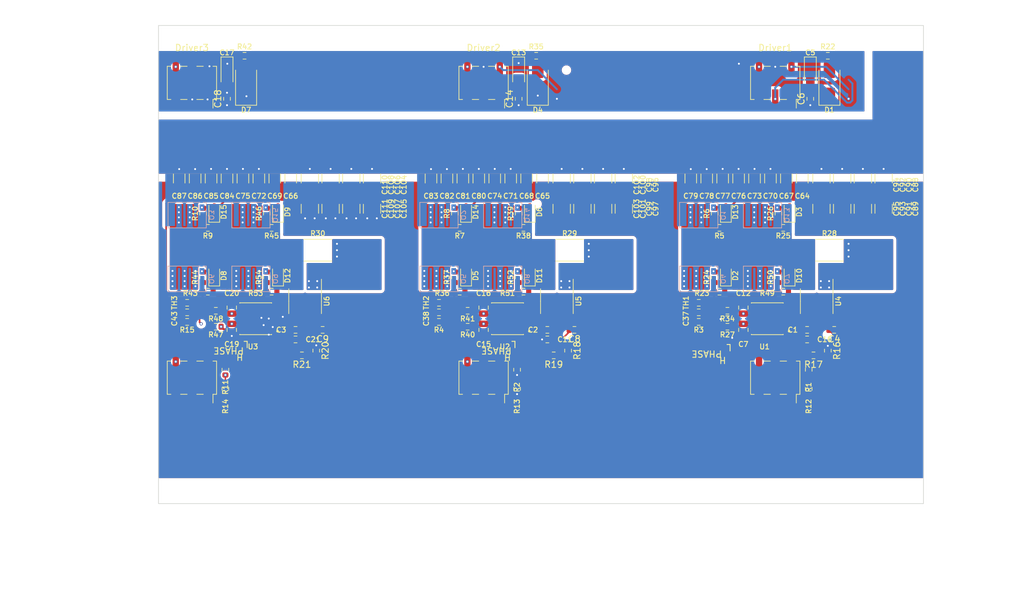
<source format=kicad_pcb>
(kicad_pcb (version 20221018) (generator pcbnew)
  (layers (0 "F.Cu" signal) (1 "In1.Cu" signal) (2 "In2.Cu" signal) (31 "B.Cu" signal) (34 "B.Paste" user) (35 "F.Paste" user) (36 "B.SilkS" user "B.Silkscreen") (37 "F.SilkS" user "F.Silkscreen") (38 "B.Mask" user) (39 "F.Mask" user) (44 "Edge.Cuts" user))
  (net 0 "")
  (net 1 "/PhaseMosfets3/MOS_TEMP")
  (net 2 "/PhaseMosfets3/3.3V_IN")
  (net 3 "-BATT")
  (net 4 "/PhaseMosfets1/PHASE")
  (net 5 "/PhaseMosfets3/PH")
  (net 6 "/PhaseMosfets1/SH+")
  (net 7 "/PhaseMosfets1/MOS_TEMP")
  (net 8 "/PhaseMosfets2/SH+")
  (net 9 "+BATT")
  (net 10 "/PhaseMosfets1/3.3V_IN")
  (net 11 "/PhaseMosfets1/SH-")
  (net 12 "/PhaseMosfets2/MOS_TEMP")
  (net 13 "/PhaseMosfets2/3.3V_IN")
  (net 14 "/PhaseMosfets2/PHASE")
  (net 15 "/PhaseMosfets3/PL")
  (net 16 "/PhaseMosfets1/PH")
  (net 17 "/PhaseMosfets2/SH-")
  (net 18 "/PhaseMosfets1/PL")
  (net 19 "/PhaseMosfets2/PH")
  (net 20 "/PhaseMosfets2/PL")
  (net 21 "/PhaseMosfets3/SH+")
  (net 22 "/PhaseMosfets3/PHASE")
  (net 23 "/PhaseMosfets3/SH-")
  (net 24 "Net-(D1-A)")
  (net 25 "Net-(D2-K)")
  (net 26 "Net-(D2-A)")
  (net 27 "Net-(D3-K)")
  (net 28 "Net-(D3-A)")
  (net 29 "Net-(D4-A)")
  (net 30 "Net-(D5-K)")
  (net 31 "Net-(D5-A)")
  (net 32 "Net-(D6-K)")
  (net 33 "Net-(D6-A)")
  (net 34 "Net-(D7-A)")
  (net 35 "Net-(D8-K)")
  (net 36 "Net-(D8-A)")
  (net 37 "Net-(D9-K)")
  (net 38 "Net-(D9-A)")
  (net 39 "Net-(D10-K)")
  (net 40 "Net-(D10-A)")
  (net 41 "Net-(D11-K)")
  (net 42 "Net-(D11-A)")
  (net 43 "Net-(D12-K)")
  (net 44 "Net-(D12-A)")
  (net 45 "Net-(D13-K)")
  (net 46 "Net-(D13-A)")
  (net 47 "Net-(D14-K)")
  (net 48 "Net-(D14-A)")
  (net 49 "Net-(D15-K)")
  (net 50 "Net-(D15-A)")
  (net 51 "/PhaseMosfets1/H")
  (net 52 "/PhaseMosfets1/L")
  (net 53 "/PhaseMosfets2/H")
  (net 54 "/PhaseMosfets2/L")
  (net 55 "/PhaseMosfets3/H")
  (net 56 "/PhaseMosfets3/L")
  (net 60 "/PhaseMosfets1/3.3V_IN2")
  (net 61 "/PhaseMosfets2/3.3V_IN2")
  (net 62 "/PhaseMosfets3/3.3V_IN2")
  (net 63 "Net-(C88-Pad2)")
  (net 64 "Net-(C90-Pad2)")
  (net 65 "Net-(C92-Pad2)")
  (net 66 "Net-(C94-Pad2)")
  (net 67 "Net-(C96-Pad2)")
  (net 68 "Net-(C98-Pad2)")
  (net 69 "Net-(C100-Pad2)")
  (net 70 "Net-(C102-Pad2)")
  (net 71 "Net-(C104-Pad2)")
  (net 72 "Net-(C106-Pad2)")
  (net 73 "Net-(C108-Pad2)")
  (net 74 "Net-(C110-Pad2)")
  (net 75 "Net-(U4-FILTER)")
  (net 76 "Net-(U5-FILTER)")
  (net 77 "Net-(U6-FILTER)")
  (net 78 "/PhaseMosfets1/5V_IN")
  (net 79 "Net-(D1-K)")
  (net 80 "/PhaseMosfets2/5V_IN")
  (net 81 "/PhaseMosfets1/DRV_POWER")
  (net 82 "/PhaseMosfets2/DRV_POWER")
  (net 83 "/PhaseMosfets3/DRV_POWER")
  (net 84 "Net-(U4-VIOUT)")
  (net 85 "Net-(U5-VIOUT)")
  (net 86 "Net-(U6-VIOUT)")
  (net 87 "/PhaseMosfets1/LOCKOUT")
  (net 88 "/PhaseMosfets2/LOCKOUT")
  (net 89 "/PhaseMosfets3/LOCKOUT")
  (net 90 "/PhaseMosfets3/5V_IN")
  (net 91 "Net-(D4-K)")
  (net 92 "Net-(D7-K)")
  (net 93 "/PhaseMosfets1/V_SENSE")
  (net 94 "/PhaseMosfets2/V_SENSE")
  (net 95 "/PhaseMosfets3/V_SENSE")
  (net 96 "/PhaseMosfets1/PHASE_OUT")
  (net 97 "/PhaseMosfets2/PHASE_OUT")
  (net 98 "/PhaseMosfets3/PHASE_OUT")
  (footprint "Resistor_SMD:R_0603_1608Metric" (layer "F.Cu") (at 203 85.75)
    (fp_text reference "R25")
    (fp_text value "1")
  )
  (footprint "GigaVescLibs:C_0603_1608Metric_L" (layer "F.Cu") (at 166 101.75 180)
    (fp_text reference "C2")
    (fp_text value "10n")
  )
  (footprint "Package_SO:SOP-8_3.9x4.9mm_P1.27mm" (layer "F.Cu") (at 167.5 97.25 -90)
    (fp_text reference "U5")
    (fp_text value "MT9223CT-50BR5")
  )
  (footprint "Resistor_SMD:R_0603_1608Metric" (layer "F.Cu") (at 162.25 85.75)
    (fp_text reference "R38")
    (fp_text value "1")
  )
  (footprint "Resistor_SMD:R_0603_1608Metric" (layer "F.Cu") (at 114 101.25)
    (fp_text reference "R47")
    (fp_text value "4.7k")
  )
  (footprint "Capacitor_SMD:C_1206_3216Metric" (layer "F.Cu") (at 198.5 78 -90)
    (fp_text reference "C73")
    (fp_text value "200V 220n")
  )
  (footprint "GigaVescLibs:C_0603_1608Metric_L" (layer "F.Cu") (at 206.75 103.25 180)
    (fp_text reference "C10")
    (fp_text value "1n")
  )
  (footprint "Capacitor_SMD:C_1206_3216Metric" (layer "F.Cu") (at 108.25 78 -90)
    (fp_text reference "C87")
    (fp_text value "200V 220n")
  )
  (footprint "Resistor_SMD:R_0603_1608Metric" (layer "F.Cu") (at 112.75 85.75)
    (fp_text reference "R9")
    (fp_text value "1")
  )
  (footprint "Resistor_SMD:R_0603_1608Metric" (layer "F.Cu") (at 167 105.75 180)
    (fp_text reference "R19")
    (fp_text value "2.7k")
  )
  (footprint "Resistor_SMD:R_0603_1608Metric" (layer "F.Cu") (at 210 58.75)
    (fp_text reference "R22")
    (fp_text value "2.2")
  )
  (footprint "GigaVescLibs:C_0603_1608Metric_L" (layer "F.Cu") (at 109.5 99 180)
    (fp_text reference "C43")
    (fp_text value "1u")
  )
  (footprint "GigaVescLibs:C_0603_1608Metric_L" (layer "F.Cu") (at 126.5 101.75 180)
    (fp_text reference "C3")
    (fp_text value "10n")
  )
  (footprint "Resistor_SMD:R_0603_1608Metric" (layer "F.Cu") (at 114 98.75)
    (fp_text reference "R48")
    (fp_text value "4.7k")
  )
  (footprint "Capacitor_SMD:C_1210_3225Metric" (layer "F.Cu") (at 168.25 82.75 -90)
    (fp_text reference "C103")
    (fp_text value "10u 100V")
  )
  (footprint "GigaVescLibs:SolderJumper0.5mm_Open" (layer "F.Cu") (at 120 105 180)
    (fp_text reference "JP9" hide)
    (fp_text value "DirectJump")
  )
  (footprint "Diode_SMD:D_SOD-323" (layer "F.Cu") (at 153.25 83.25 90)
    (fp_text reference "D14")
    (fp_text value "1N5819WS")
  )
  (footprint "Capacitor_SMD:C_1210_3225Metric" (layer "F.Cu") (at 128.75 82.75 -90)
    (fp_text reference "C111")
    (fp_text value "10u 100V")
  )
  (footprint "Capacitor_SMD:C_1210_3225Metric" (layer "F.Cu") (at 135.25 78 -90)
    (fp_text reference "C106")
    (fp_text value "10u 100V")
  )
  (footprint "Capacitor_SMD:C_1206_3216Metric" (layer "F.Cu") (at 201 78 -90)
    (fp_text reference "C70")
    (fp_text value "200V 220n")
  )
  (footprint "Resistor_SMD:R_0603_1608Metric" (layer "F.Cu") (at 194.25 101.25)
    (fp_text reference "R27")
    (fp_text value "4.7k")
  )
  (footprint "Resistor_SMD:R_0603_1608Metric" (layer "F.Cu") (at 112.75 95.75)
    (fp_text reference "R43")
    (fp_text value "1")
  )
  (footprint "Diode_SMD:D_SOD-323" (layer "F.Cu") (at 163.25 93.25 90)
    (fp_text reference "D11")
    (fp_text value "1N5819WS")
  )
  (footprint "Capacitor_Tantalum_SMD:CP_EIA-3216-18_Kemet-A" (layer "F.Cu") (at 207.25 61.25 -90)
    (fp_text reference "C5")
    (fp_text value "47u 6.3v Tant")
  )
  (footprint "Connector_PinSocket_2.54mm:PinSocket_2x03_P2.54mm_Vertical_SMD" (layer "F.Cu") (at 201.75 63 -90)
    (fp_text reference "J7" hide)
    (fp_text value "DriverConn")
  )
  (footprint "Resistor_SMD:R_0603_1608Metric" (layer "F.Cu") (at 115.5 108 90)
    (fp_text reference "R11")
    (fp_text value "4.7k")
  )
  (footprint "Diode_SMD:D_SOD-323" (layer "F.Cu") (at 113.75 83.25 90)
    (fp_text reference "D15")
    (fp_text value "1N5819WS")
  )
  (footprint "Resistor_SMD:R_0603_1608Metric" (layer "F.Cu") (at 161.5 83.5 90)
    (fp_text reference "R39")
    (fp_text value "10")
  )
  (footprint "Capacitor_Tantalum_SMD:CP_EIA-3216-18_Kemet-A" (layer "F.Cu") (at 115.75 61.25 -90)
    (fp_text reference "C17")
    (fp_text value "47u 6.3v Tant")
  )
  (footprint "Capacitor_SMD:C_1206_3216Metric" (layer "F.Cu") (at 157.75 78 -90)
    (fp_text reference "C74")
    (fp_text value "200V 220n")
  )
  (footprint "Capacitor_SMD:C_1210_3225Metric" (layer "F.Cu") (at 209 78 -90)
    (fp_text reference "C94")
    (fp_text value "10u 100V")
  )
  (footprint "Capacitor_SMD:C_1210_3225Metric" (layer "F.Cu") (at 209 82.75 -90)
    (fp_text reference "C95")
    (fp_text value "10u 100V")
  )
  (footprint "Resistor_SMD:R_0603_1608Metric" (layer "F.Cu") (at 118.5 58.75)
    (fp_text reference "R42")
    (fp_text value "2.2")
  )
  (footprint "Capacitor_SMD:C_1210_3225Metric" (layer "F.Cu") (at 215.5 78 -90)
    (fp_text reference "C90")
    (fp_text value "10u 100V")
  )
  (footprint "Resistor_SMD:R_0603_1608Metric" (layer "F.Cu") (at 122 93.5 90)
    (fp_text reference "R54")
    (fp_text value "10")
  )
  (footprint "GigaVescLibs:SolderJumper0.5mm_Open" (layer "F.Cu") (at 120 106 180)
    (fp_text reference "JP11" hide)
    (fp_text value "DirectJump")
  )
  (footprint "Resistor_SMD:R_0603_1608Metric" (layer "F.Cu") (at 192.25 83.5 90)
    (fp_text reference "R6")
    (fp_text value "10")
  )
  (footprint "Resistor_SMD:R_0603_1608Metric" (layer "F.Cu") (at 122.75 95.75)
    (fp_text reference "R53")
    (fp_text value "1")
  )
  (footprint "Resistor_SMD:R_0603_1608Metric" (layer "F.Cu") (at 202.25 93.5 90)
    (fp_text reference "R50")
    (fp_text value "10")
  )
  (footprint "Diode_SMD:D_SOD-323" (layer "F.Cu") (at 123.75 83.25 90)
    (fp_text reference "D9")
    (fp_text value "1N5819WS")
  )
  (footprint "Resistor_SMD:R_0603_1608Metric" (layer "F.Cu") (at 161.25 108 90)
    (fp_text reference "R2")
    (fp_text value "4.7k")
  )
  (footprint "Resistor_SMD:R_0603_1608Metric" (layer "F.Cu") (at 207 111 90)
    (fp_text reference "R12")
    (fp_text value "9.1k")
  )
  (footprint "Diode_SMD:D_SOD-323" (layer "F.Cu") (at 204 93.25 90)
    (fp_text reference "D10")
    (fp_text value "1N5819WS")
  )
  (footprint "GigaVescLibs:C_0603_1608Metric_L" (layer "F.Cu") (at 211 101.75 180)
    (fp_text reference "C4")
    (fp_text value "100n")
  )
  (footprint "Connector_PinSocket_2.54mm:PinSocket_2x03_P2.54mm_Vertical_SMD" (layer "F.Cu") (at 156 109.25 -90)
    (fp_text reference "J5" hide)
    (fp_text value "PhaseConn")
  )
  (footprint "GigaVescLibs:C_0603_1608Metric_L" (layer "F.Cu") (at 166 103.25 180)
    (fp_text reference "C11")
    (fp_text value "1n")
  )
  (footprint "Diode_SMD:D_SMA" (layer "F.Cu") (at 164.5 63 90)
    (fp_text reference "D4")
    (fp_text value "SS520F")
  )
  (footprint "Capacitor_SMD:C_1210_3225Metric" (layer "F.Cu") (at 174.75 78 -90)
    (fp_text reference "C98")
    (fp_text value "10u 100V")
  )
  (footprint "Package_SO:SOP-8_3.9x4.9mm_P1.27mm" (layer "F.Cu") (at 208.25 97.25 -90)
    (fp_text reference "U4")
    (fp_text value "MT9223CT-50BR5")
  )
  (footprint "Resistor_SMD:R_0603_1608Metric" (layer "F.Cu") (at 112 83.5 90)
    (fp_text reference "R10")
    (fp_text value "10")
  )
  (footprint "Resistor_SMD:R_0603_1608Metric" (layer "F.Cu") (at 151.5 83.5 90)
    (fp_text reference "R8")
    (fp_text value "10")
  )
  (footprint "Capacitor_SMD:C_1206_3216Metric" (layer "F.Cu") (at 165.25 78 -90)
    (fp_text reference "C65")
    (fp_text value "200V 220n")
  )
  (footprint "Capacitor_SMD:C_0805_2012Metric" (layer "F.Cu") (at 116.5 101.75 90)
    (fp_text reference "C19")
    (fp_text value "4.7u 25v")
  )
  (footprint "Capacitor_SMD:C_1210_3225Metric" (layer "F.Cu") (at 132 82.75 -90)
    (fp_text reference "C109")
    (fp_text value "10u 100V")
  )
  (footprint "Capacitor_SMD:C_1210_3225Metric" (layer "F.Cu") (at 171.5 82.75 -90)
    (fp_text reference "C101")
    (fp_text value "10u 100V")
  )
  (footprint "GigaVescLibs:C_0603_1608Metric_L" (layer "F.Cu") (at 207.25 65.5 90)
    (fp_text reference "C6")
    (fp_text value "100n")
  )
  (footprint "GigaVescLibs:C_0603_1608Metric_L" (layer "F.Cu") (at 206.75 101.75 180)
    (fp_text reference "C1")
    (fp_text value "10n")
  )
  (footprint "Resistor_SMD:R_0603_1608Metric" (layer "F.Cu") (at 189.75 97.5)
    (fp_text reference "TH1")
    (fp_text value "NCP18XH103F03RB")
  )
  (footprint "Connector_Wire:SolderWirePad_1x01_SMD_5x10mm" (layer "F.Cu") (at 220 120.75 90)
    (fp_text reference "J9" hide)
    (fp_text value "BATT-Conn1")
  )
  (footprint "Capacitor_SMD:C_1206_3216Metric" (layer "F.Cu") (at 125.75 78 -90)
    (fp_text reference "C66")
    (fp_text value "200V 220n")
  )
  (footprint "Resistor_SMD:R_0603_1608Metric" (layer "F.Cu") (at 162.25 95.75)
    (fp_text reference "R51")
    (fp_text value "1")
  )
  (footprint "Resistor_SMD:R_0603_1608Metric" (layer "F.Cu") (at 151.5 93.5 90)
    (fp_text reference "R37")
    (fp_text value "10")
  )
  (footprint "Connector_PinSocket_2.54mm:PinSocket_2x03_P2.54mm_Vertical_SMD" (layer "F.Cu") (at 110.25 109.25 -90)
    (fp_text reference "J6" hide)
    (fp_text value "PhaseConn")
  )
  (footprint "Capacitor_SMD:C_0805_2012Metric" (layer "F.Cu") (at 156 101.75 90)
    (fp_text reference "C15")
    (fp_text value "4.7u 25v")
  )
  (footprint "GigaVescLibs:C_0603_1608Metric_L" (layer "F.Cu") (at 161.5 65.5 90)
    (fp_text reference "C14")
    (fp_text value "100n")
  )
  (footprint "Diode_SMD:D_SOD-323" (layer "F.Cu") (at 204 83.25 90)
    (fp_text reference "D3")
    (fp_text value "1N5819WS")
  )
  (footprint "Diode_SMD:D_SOD-323" (layer "F.Cu") (at 194 83.25 90)
    (fp_text reference "D13")
    (fp_text value "1N5819WS")
  )
  (footprint "Resistor_SMD:R_0603_1608Metric" (layer "F.Cu") (at 127.5 105.75 180)
    (fp_text reference "R21")
    (fp_text value "2.7k")
  )
  (footprint "Resistor_SMD:R_0603_1608Metric" (layer "F.Cu") (at 192.25 93.5 90)
    (fp_text reference "R24")
    (fp_text value "10")
  )
  (footprint "Capacitor_SMD:C_1210_3225Metric" (layer "F.Cu") (at 135.25 82.75 -90)
    (fp_text reference "C107")
    (fp_text value "10u 100V")
  )
  (footprint "Diode_SMD:D_SOD-323" (layer "F.Cu") (at 113.75 93.25 90)
    (fp_text reference "D8")
    (fp_text value "1N5819WS")
  )
  (footprint "Resistor_SMD:R_0603_1608Metric" (layer "F.Cu") (at 161.5 93.5 90)
    (fp_text reference "R52")
    (fp_text value "10")
  )
  (footprint "Capacitor_Tantalum_SMD:CP_EIA-3216-18_Kemet-A" (layer "F.Cu") (at 161.5 61.25 -90)
    (fp_text reference "C13")
    (fp_text value "47u 6.3v Tant")
  )
  (footprint "Capacitor_SMD:C_1210_3225Metric" (layer "F.Cu") (at 218.75 82.75 -90)
    (fp_text reference "C89")
    (fp_text value "10u 100V")
  )
  (footprint "Capacitor_SMD:C_1206_3216Metric" (layer "F.Cu") (at 191 78 -90)
    (fp_text reference "C78")
    (fp_text value "200V 220n")
  )
  (footprint "GigaVescLibs:SolderJumper0.5mm_Open" (layer "F.Cu") (at 162 106 180)
    (fp_text reference "JP7" hide)
    (fp_text value "DirectJump")
  )
  (footprint "GigaVescLibs:IC_2EDF7275KXUMA2" (layer "F.Cu") (at 159.75 100 180)
    (fp_text reference "U2")
    (fp_text value "2EDF7275KXUMA1")
  )
  (footprint "Capacitor_SMD:C_0805_2012Metric" (layer "F.Cu") (at 196.75 101.75 90)
    (fp_text reference "C7")
    (fp_text value "4.7u 25v")
  )
  (footprint "Resistor_SMD:R_0603_1608Metric" (layer "F.Cu") (at 149 100.5 180)
    (fp_text reference "R4")
    (fp_text value "10k")
  )
  (footprint "Capacitor_SMD:C_1206_3216Metric" (layer "F.Cu") (at 206 78 -90)
    (fp_text reference "C64")
    (fp_text value "200V 220n")
  )
  (footprint "Capacitor_SMD:C_0805_2012Metric" (layer "F.Cu") (at 116.5 98.25 90)
    (fp_text reference "C20")
    (fp_text value "4.7u 25v")
  )
  (footprint "GigaVescLibs:IC_2EDF7275KXUMA2" (layer "F.Cu") (at 200.5 100 180)
    (fp_text reference "U1")
    (fp_text value "2EDF7275KXUMA1")
  )
  (footprint "Resistor_SMD:R_2512_6332Metric" (layer "F.Cu") (at 210.25 89.25)
    (fp_text reference "R28")
    (fp_text value "0.3m")
  )
  (footprint "Resistor_SMD:R_0603_1608Metric" (layer "F.Cu") (at 203 95.75)
    (fp_text reference "R49")
    (fp_text value "1")
  )
  (footprint "Diode_SMD:D_SMA" (layer "F.Cu") (at 118.75 63 90)
    (fp_text reference "D7")
    (fp_text value "SS520F")
  )
  (footprint "Resistor_SMD:R_0603_1608Metric" (layer "F.Cu") (at 210 105 -90)
    (fp_text reference "R16")
    (fp_text value "150k")
  )
  (footprint "Capacitor_SMD:C_1210_3225Metric" (layer "F.Cu") (at 171.5 78 -90)
    (fp_text reference "C100")
    (fp_text value "10u 100V")
  )
  (footprint "Capacitor_SMD:C_1210_3225Metric" (layer "F.Cu") (at 128.75 78 -90)
    (fp_text reference "C110")
    (fp_text value "10u 100V")
  )
  (footprint "Package_SO:SOP-8_3.9x4.9mm_P1.27mm" (layer "F.Cu") (at 128 97.25 -90)
    (fp_text reference "U6")
    (fp_text value "MT9223CT-50BR5")
  )
  (footprint "Resistor_SMD:R_0603_1608Metric" (layer "F.Cu") (at 152.25 95.75)
    (fp_text reference "R36")
    (fp_text value "1")
  )
  (footprint "GigaVescLibs:C_0603_1608Metric_L" (layer "F.Cu") (at 170.25 101.75 180)
    (fp_text reference "C8")
    (fp_text value "100n")
  )
  (footprint "Capacitor_SMD:C_1206_3216Metric" (layer "F.Cu") (at 147.75 78 -90)
    (fp_text reference "C83")
    (fp_text value "200V 220n")
  )
  (footprint "GigaVescLibs:C_0603_1608Metric_L" (layer "F.Cu") (at 149 99 180)
    (fp_text reference "C38")
    (fp_text value "1u")
  )
  (footprint "Diode_SMD:D_SOD-323" (layer "F.Cu") (at 194 93.25 90)
    (fp_text reference "D2")
    (fp_text value "1N5819WS")
  )
  (footprint "Resistor_SMD:R_0603_1608Metric" (layer "F.Cu") (at 149 97.5)
    (fp_text reference "TH2")
    (fp_text value "NCP18XH103F03RB")
  )
  (footprint "Resistor_SMD:R_0603_1608Metric" (layer "F.Cu") (at 207.75 105.75 180)
    (fp_text reference "R17")
    (fp_text value "2.7k")
  )
  (footprint "Resistor_SMD:R_0603_1608Metric" (layer "F.Cu") (at 193 95.75)
    (fp_text reference "R23")
    (fp_text value "1")
  )
  (footprint "Resistor_SMD:R_0603_1608Metric" (layer "F.Cu") (at 129.75 105 -90)
    (fp_text reference "R20")
    (fp_text value "150k")
  )
  (footprint "GigaVescLibs:C_0603_1608Metric_L" (layer "F.Cu") (at 189.75 99 180)
    (fp_text reference "C37")
    (fp_text value "1u")
  )
  (footprint "Capacitor_SMD:C_1210_3225Metric" (layer "F.Cu") (at 138.5 82.75 -90)
    (fp_text reference "C105")
    (fp_text value "10u 100V")
  )
  (footprint "Capacitor_SMD:C_1210_3225Metric" (layer "F.Cu") (at 212.25 82.75 -90)
    (fp_text reference "C93")
    (fp_text value "10u 100V")
  )
  (footprint "Resistor_SMD:R_0603_1608Metric" (layer "F.Cu") (at 207 108 90)
    (fp_text reference "R1")
    (fp_text value "4.7k")
  )
  (footprint "Connector_PinSocket_2.54mm:PinSocket_2x03_P2.54mm_Vertical_SMD" (layer "F.Cu") (at 201.75 109.25 -90)
    (fp_text reference "J4" hide)
    (fp_text value "PhaseConn")
  )
  (footprint "Connector_PinSocket_2.54mm:PinSocket_2x03_P2.54mm_Vertical_SMD" (layer "F.Cu") (at 110.25 63 -90)
    (fp_text reference "J10" hide)
    (fp_text value "DriverConn")
  )
  (footprint "Connector_Wire:SolderWirePad_1x01_SMD_5x10mm" (layer "F.Cu") (at 112.25 120.75 90)
    (fp_text reference "J14" hide)
    (fp_text value "BATT-Conn2")
  )
  (footprint "Resistor_SMD:R_0603_1608Metric" (layer "F.Cu") (at 153.5 98.75)
    (fp_text reference "R41")
    (fp_text value "4.7k")
  )
  (footprint "Capacitor_SMD:C_1210_3225Metric" (layer "F.Cu") (at 212.25 78 -90)
    (fp_text reference "C92")
    (fp_text value "10u 100V")
  )
  (footprint "Capacitor_SMD:C_1206_3216Metric" (layer "F.Cu") (at 150.25 78 -90)
    (fp_text reference "C82")
    (fp_text value "200V 220n")
  )
  (footprint "Resistor_SMD:R_0603_1608Metric" (layer "F.Cu") (at 122.75 85.75)
    (fp_text reference "R45")
    (fp_text value "1")
  )
  (footprint "Capacitor_SMD:C_1210_3225Metric" (layer "F.Cu") (at 178 78 -90)
    (fp_text reference "C96")
    (fp_text value "10u 100V")
  )
  (footprint "Resistor_SMD:R_0603_1608Metric" (layer "F.Cu") (at 115.5 111 90)
    (fp_text reference "R14")
    (fp_text value "9.1k")
  )
  (footprint "Resistor_SMD:R_0603_1608Metric" (layer "F.Cu") (at 193 85.75)
    (fp_text reference "R5")
    (fp_text value "1")
  )
  (footprint "GigaVescLibs:SolderJumper0.5mm_Open" (layer "F.Cu") (at 162 105 180)
    (fp_text reference "JP5" hide)
    (fp_text value "DirectJump")
  )
  (footprint "Diode_SMD:D_SOD-323" (layer "F.Cu") (at 163.25 83.25 90)
    (fp_text reference "D6")
    (fp_text value "1N5819WS")
  )
  (footprint "Capacitor_SMD:C_1206_3216Metric" (layer "F.Cu") (at 193.5 78 -90)
    (fp_text reference "C77")
    (fp_text value "200V 220n")
  )
  (footprint "Resistor_SMD:R_0603_1608Metric" (layer "F.Cu") (at 109.5 97.5)
    (fp_text reference "TH3")
    (fp_text value "NCP18XH103F03RB")
  )
  (footprint "Capacitor_SMD:C_1210_3225Metric" (layer "F.Cu") (at 218.75 78 -90)
    (fp_text reference "C88")
    (fp_text value "10u 100V")
  )
  (footprint "Capacitor_SMD:C_1206_3216Metric" (layer "F.Cu") (at 155.25 78 -90)
    (fp_text reference "C80")
    (fp_text value "200V 220n")
  )
  (footprint "Capacitor_SMD:C_1206_3216Metric" (layer "F.Cu") (at 160.25 78 -90)
    (fp_text reference "C71")
    (fp_text value "200V 220n")
  )
  (footprint "Capacitor_SMD:C_1210_3225Metric" (layer "F.Cu") (at 178 82.75 -90)
    (fp_text reference "C97")
    (fp_text value "10u 100V")
  )
  (footprint "Resistor_SMD:R_0603_1608Metric" (layer "F.Cu") (at 169.25 105 -90)
    (fp_text reference "R18")
    (fp_text value "150k")
  )
  (footprint "Resistor_SMD:R_0603_1608Metric" (layer "F.Cu") (at 194.25 98.75)
    (fp_text reference "R34")
    (fp_text value "4.7k")
  )
  (footprint "GigaVescLibs:SolderJumper0.5mm_Open" (layer "F.Cu") (at 162.75 104 180)
    (fp_text reference "JP6" hide)
    (fp_text value "DirectJump")
  )
  (footprint "Capacitor_SMD:C_1206_3216Metric" (layer "F.Cu") (at 110.75 78 -90)
    (fp_text reference "C86")
    (fp_text value "200V 220n")
  )
  (footprint "Resistor_SMD:R_0603_1608Metric" (layer "F.Cu") (at 152.25 85.75)
    (fp_text reference "R7")
    (fp_text value "1")
  )
  (footprint "Capacitor_SMD:C_0805_2012Metric" (layer "F.Cu") (at 156 98.25 90)
    (fp_text reference "C16")
    (fp_text value "4.7u 25v")
  )
  (footprint "GigaVescLibs:C_0603_1608Metric_L" (layer "F.Cu") (at 126.5 103.25 180)
    (fp_text reference "C21")
    (fp_text value "1n")
  )
  (footprint "Resistor_SMD:R_0603_1608Metric" (layer "F.Cu") (at 161.25 111 90)
    (fp_text reference "R13")
    (fp_text value "9.1k")
  )
  (footprint "Diode_SMD:D_SMA" (layer "F.Cu") (at 210.25 63 90)
    (fp_text reference "D1")
    (fp_text value "SS520F")
  )
  (footprint "Capacitor_SMD:C_1206_3216Metric" (layer "F.Cu") (at 162.75 78 -90)
    (fp_text reference "C68")
    (fp_text value "200V 220n")
  )
  (footprint "Capacitor_SMD:C_1206_3216Metric" (layer "F.Cu") (at 123.25 78 -90)
    (fp_text reference "C69")
    (fp_text value "200V 220n")
  )
  (footprint "Capacitor_SMD:C_1206_3216Metric" (layer "F.Cu") (at 203.5 78 -90)
    (fp_text reference "C67")
    (fp_text value "200V 220n")
  )
  (footprint "Resistor_SMD:R_0603_1608Metric" (layer "F.Cu") (at 122 83.5 90)
    (fp_text reference "R46")
    (fp_text value "10")
  )
  (footprint "Resistor_SMD:R_0603_1608Metric" (layer "F.Cu") (at 109.5 100.5 180)
    (fp_text reference "R15")
    (fp_text value "10k")
  )
  (footprint "GigaVescLibs:SolderJumper0.5mm_Open" (layer "F.Cu") (at 120.75 104 180)
    (fp_text reference "JP10" hide)
    (fp_text value "DirectJump")
  )
  (footprint "Capacitor_SMD:C_1210_3225Metric" (layer "F.Cu") (at 174.75 82.75 -90)
    (fp_text reference "C99")
    (fp_text value "10u 100V")
  )
  (footprint "GigaVescLibs:SolderJumper0.5mm_Open" (layer "F.Cu") (at 196.5 104.5 180)
    (fp_text reference "JP2" hide)
    (fp_text value "DirectJump")
  )
  (footprint "GigaVescLibs:C_0603_1608Metric_L" (layer "F.Cu") (at 115.75 65.5 90)
    (fp_text reference "C18")
    (fp_text value "100n")
  )
  (footprint "Resistor_SMD:R_2512_6332Metric" (layer "F.Cu") (at 130 89.25)
    (fp_text reference "R30")
    (fp_text value "0.3m")
  )
  (footprint "Resistor_SMD:R_2512_6332Metric" (layer "F.Cu") (at 169.5 89.25)
    (fp_text reference "R29")
    (fp_text value "0.3m")
  )
  (footprint "GigaVescLibs:SolderJumper0.5mm_Open" (layer "F.Cu") (at 195 105.5 180)
    (fp_text reference "JP1" hide)
    (fp_text value "DirectJump")
  )
  (footprint "GigaVescLibs:IC_2EDF7275KXUMA2" (layer "F.Cu") (at 120.25 100 180)
    (fp_text reference "U3")
    (fp_text value "2EDF7275KXUMA1")
  )
  (footprint "Capacitor_SMD:C_0805_2012Metric" (layer "F.Cu") (at 196.75 98.25 90)
    (fp_text reference "C12")
    (fp_text value "4.7u 25v")
  )
  (footprint "Connector_PinSocket_2.54mm:PinSocket_2x03_P2.54mm_Vertical_SMD" (layer "F.Cu") (at 156 63 -90)
    (fp_text reference "J8" hide)
    (fp_text value "DriverConn")
  )
  (footprint "Resistor_SMD:R_0603_1608Metric" (layer "F.Cu") (at 153.5 101.25)
    (fp_text reference "R40")
    (fp_text value "4.7k")
  )
  (footprint "Resistor_SMD:R_0603_1608Metric" (layer "F.Cu") (at 164.25 58.75)
    (fp_text reference "R35")
    (fp_text value "2.2")
  )
  (footprint "Capacitor_SMD:C_1206_3216Metric" (layer "F.Cu") (at 188.5 78 -90)
    (fp_text reference "C79")
    (fp_text value "200V 220n")
  )
  (footprint "GigaVescLibs:C_0603_1608Metric_L" (layer "F.Cu") (at 130.75 101.75 180)
    (fp_text reference "C9")
    (fp_text value "100n")
  )
  (footprint "Diode_SMD:D_SOD-323" (layer "F.Cu") (at 153.25 93.25 90)
    (fp_text reference "D5")
    (fp_text value "1N5819WS")
  )
  (footprint "Capacitor_SMD:C_1206_3216Metric" (layer "F.Cu") (at 196 78 -90)
    (fp_text reference "C76")
    (fp_text value "200V 220n")
  )
  (footprint "Capacitor_SMD:C_1206_3216Metric" (layer "F.Cu") (at 152.75 78 -90)
    (fp_text reference "C81")
    (fp_text value "200V 220n")
  )
  (footprint "Capacitor_SMD:C_1206_3216Metric" (layer "F.Cu") (at 120.75 78 -90)
    (fp_text reference "C72")
    (fp_text value "200V 220n")
  )
  (footprint "Capacitor_SMD:C_1206_3216Metric" (layer "F.Cu") (at 113.25 78 -90)
    (fp_text reference "C85")
    (fp_text value "200V 220n")
  )
  (footprint "Capacitor_SMD:C_1210_3225Metric" (layer "F.Cu") (at 215.5 82.75 -90)
    (fp_text reference "C91")
    (fp_text value "10u 100V")
  )
  (footprint "Capacitor_SMD:C_1210_3225Metric" (layer "F.Cu") (at 168.25 78 -90)
    (fp_text reference "C102")
    (fp_text value "10u 100V")
  )
  (footprint "Capacitor_SMD:C_1206_3216Metric" (layer "F.Cu") (at 115.75 78 -90)
    (fp_text reference "C84")
    (fp_text value "200V 220n")
  )
  (footprint "Diode_SMD:D_SOD-323" (layer "F.Cu") (at 123.75 93.25 90)
    (fp_text reference "D12")
    (fp_text value "1N5819WS")
  )
  (footprint "Resistor_SMD:R_0603_1608Metric" (layer "F.Cu") (at 202.25 83.5 90)
    (fp_text reference "R26")
    (fp_text value "10")
  )
  (footprint "Capacitor_SMD:C_1210_3225Metric" (layer "F.Cu") (at 138.5 78 -90)
    (fp_text reference "C104")
    (fp_text value "10u 100V")
  )
  (footprint "Capacitor_SMD:C_1206_3216Metric" (layer "F.Cu") (at 118.25 78 -90)
    (fp_text reference "C75")
    (fp_text value "200V 220n")
  )
  (footprint "GigaVescLibs:SolderJumper0.5mm_Open" (layer "F.Cu") (at 195.75 106.5 180)
    (fp_text reference "JP3" hide)
    (fp_text value "DirectJump")
  )
  (footprint "Capacitor_SMD:C_1210_3225Metric" (layer "F.Cu") (at 132 78 -90)
    (fp_text reference "C108")
    (fp_text value "10u 100V")
  )
  (footprint "Resistor_SMD:R_0603_1608Metric" (layer "F.Cu") (at 112 93.5 90)
    (fp_text reference "R44")
    (fp_text value "10")
  )
  (footprint "Resistor_SMD:R_0603_1608Metric" (layer "F.Cu") (at 189.75 100.5 180)
    (fp_text reference "R3")
    (fp_text value "10k")
  )
  (footprint "GigaVescLibs:EPC2304" (layer "B.Cu") (at 109.5 83.75 90)
    (fp_text reference "Q3")
    (fp_text value "EPC2304")
  )
  (footprint "GigaVescLibs:EPC2304" (layer "B.Cu") (at 199.75 83.75 90)
    (fp_text reference "Q13")
    (fp_text value "EPC2304")
  )
  (footprint "GigaVescLibs:EPC2304" (layer "B.Cu") (at 199.75 93.75 90)
    (fp_text reference "Q7")
    (fp_text value "EPC2304")
  )
  (footprint "GigaVescLibs:EPC2304" (layer "B.Cu") (at 109.5 93.75 90)
    (fp_text reference "Q6")
    (fp_text value "EPC2304")
  )
  (footprint "GigaVescLibs:EPC2304" (layer "B.Cu") (at 189.75 93.75 90)
    (fp_text reference "Q4")
    (fp_text value "EPC2304")
  )
  (footprint "GigaVescLibs:EPC2304" (layer "B.Cu") (at 159 93.75 90)
    (fp_text reference "Q8")
    (fp_text value "EPC2304")
  )
  (footprint "GigaVescLibs:EPC2304" (layer "B.Cu") (at 149 83.75 90)
    (fp_text reference "Q2")
    (fp_text value "EPC2304")
  )
  (footprint "GigaVescLibs:EPC2304" (layer "B.Cu") (at 119.5 83.75 90)
    (fp_text reference "Q15")
    (fp_text value "EPC2304")
  )
  (footprint "GigaVescLibs:EPC2304" (layer "B.Cu") (at 149 93.75 90)
    (fp_text reference "Q5")
    (fp_text value "EPC2304")
  )
  (footprint "GigaVescLibs:EPC2304" (layer "B.Cu") (at 119.5 93.75 90)
    (fp_text reference "Q9")
    (fp_text value "EPC2304")
  )
  (footprint "GigaVescLibs:EPC2304" (layer "B.Cu") (at 159 83.75 90)
    (fp_text reference "Q14")
    (fp_text value "EPC2304")
  )
  (footprint "GigaVescLibs:EPC2304" (layer "B.Cu") (at 189.75 83.75 90)
    (fp_text reference "Q1")
    (fp_text value "EPC2304")
  )
  (gr_rect (start 105 54) (end 225 129) (stroke (width 0.1)) (fill none) (layer "Edge.Cuts"))
  (segment (start 110.25 97.575) (end 110.325 97.5) (width 0.25) (layer "F.Cu") (net 1))
  (segment (start 110.25 100.425) (end 110.25 97.575) (width 0.25) (layer "F.Cu") (net 1))
  (segment (start 110.25 100.575) (end 110.325 100.5) (width 0.3) (layer "F.Cu") (net 1))
  (segment (start 110.25 106.73) (end 110.25 100.575) (width 0.3) (layer "F.Cu") (net 1))
  (segment (start 107.71 63.54) (end 108.65 62.6) (width 0.3) (layer "F.Cu") (net 2))
  (segment (start 122.3 98.05) (end 122.85 98.05) (width 0.25) (layer "F.Cu") (net 2))
  (segment (start 108.65 62.6) (end 115.75 62.6) (width 0.3) (layer "F.Cu") (net 2))
  (segment (start 115.75 64.675) (end 115.75 64.55) (width 0.25) (layer "F.Cu") (net 2))
  (segment (start 115.75 64.55) (end 115.75 62.6) (width 0.3) (layer "F.Cu") (net 2))
  (segment (start 122.85 98.05) (end 124.5 99.7) (width 0.25) (layer "F.Cu") (net 2))
  (segment (start 107.71 65.52) (end 107.71 63.54) (width 0.3) (layer "F.Cu") (net 2))
  (via (at 115.75 64.55) (size 0.5) (drill 0.3) (layers "F.Cu" "B.Cu") (net 2))
  (via (at 124.5 99.7) (size 0.5) (drill 0.3) (layers "F.Cu" "B.Cu") (net 2))
  (segment (start 197.7 97.3) (end 198.45 98.05) (width 0.3) (layer "F.Cu") (net 3))
  (segment (start 154.125 97.3) (end 156 97.3) (width 0.3) (layer "F.Cu") (net 3))
  (segment (start 152.675 98.75) (end 154.125 97.3) (width 0.3) (layer "F.Cu") (net 3))
  (segment (start 196.75 97.3) (end 197.7 97.3) (width 0.3) (layer "F.Cu") (net 3))
  (segment (start 122.3 101.95) (end 122.3 102.5) (width 0.25) (layer "F.Cu") (net 3))
  (segment (start 114.625 97.3) (end 116.5 97.3) (width 0.3) (layer "F.Cu") (net 3))
  (segment (start 193.425 98.75) (end 194.875 97.3) (width 0.3) (layer "F.Cu") (net 3))
  (segment (start 117.45 97.3) (end 118.2 98.05) (width 0.3) (layer "F.Cu") (net 3))
  (segment (start 113.175 98.75) (end 114.625 97.3) (width 0.3) (layer "F.Cu") (net 3))
  (segment (start 156.95 97.3) (end 157.7 98.05) (width 0.3) (layer "F.Cu") (net 3))
  (segment (start 116.5 97.3) (end 117.45 97.3) (width 0.3) (layer "F.Cu") (net 3))
  (segment (start 122.3 100) (end 122.3 99.974502) (width 0.25) (layer "F.Cu") (net 3))
  (segment (start 194.875 97.3) (end 196.75 97.3) (width 0.3) (layer "F.Cu") (net 3))
  (segment (start 156 97.3) (end 156.95 97.3) (width 0.3) (layer "F.Cu") (net 3))
  (via (at 213.25 65.5) (size 0.5) (drill 0.3) (layers "F.Cu" "B.Cu") (net 3))
  (via (at 136 84.25) (size 0.5) (drill 0.3) (layers "F.Cu" "B.Cu") (net 3))
  (via (at 139.25 84.25) (size 0.5) (drill 0.3) (layers "F.Cu" "B.Cu") (net 3))
  (via (at 161.5 59.9) (size 0.5) (drill 0.3) (layers "F.Cu" "B.Cu") (net 3))
  (via (at 128 84.25) (size 0.5) (drill 0.3) (layers "F.Cu" "B.Cu") (net 3))
  (via (at 196.05 60) (size 0.5) (drill 0.3) (layers "F.Cu" "B.Cu") (net 3))
  (via (at 137.75 84.25) (size 0.5) (drill 0.3) (layers "F.Cu" "B.Cu") (net 3))
  (via (at 115.8 60) (size 0.5) (drill 0.3) (layers "F.Cu" "B.Cu") (net 3))
  (via (at 167.5 65.5) (size 0.5) (drill 0.3) (layers "F.Cu" "B.Cu") (net 3))
  (via (at 129.5 84.25) (size 0.5) (drill 0.3) (layers "F.Cu" "B.Cu") (net 3))
  (via (at 131.25 84.25) (size 0.5) (drill 0.3) (layers "F.Cu" "B.Cu") (net 3))
  (via (at 122.3 102.5) (size 0.5) (drill 0.3) (layers "F.Cu" "B.Cu") (net 3))
  (via (at 132.75 84.25) (size 0.5) (drill 0.3) (layers "F.Cu" "B.Cu") (net 3))
  (via (at 122.3 99.974502) (size 0.5) (drill 0.3) (layers "F.Cu" "B.Cu") (net 3))
  (via (at 115.75 66.5) (size 0.5) (drill 0.3) (layers "F.Cu" "B.Cu") (net 3))
  (via (at 207.25 66.5) (size 0.5) (drill 0.3) (layers "F.Cu" "B.Cu") (net 3))
  (via (at 201.75 60.48) (size 0.5) (drill 0.3) (layers "F.Cu" "B.Cu") (net 3))
  (via (at 161.5 66.5) (size 0.5) (drill 0.3) (layers "F.Cu" "B.Cu") (net 3))
  (via (at 156 60.48) (size 0.5) (drill 0.3) (layers "F.Cu" "B.Cu") (net 3))
  (via (at 134.5 84.25) (size 0.5) (drill 0.3) (layers "F.Cu" "B.Cu") (net 3))
  (segment (start 157.77 62.25) (end 156 60.48) (width 0.3) (layer "B.Cu") (net 3))
  (segment (start 164.25 62.25) (end 157.77 62.25) (width 0.3) (layer "B.Cu") (net 3))
  (segment (start 209.75 62) (end 213.25 65.5) (width 0.3) (layer "B.Cu") (net 3))
  (segment (start 203.27 62) (end 209.75 62) (width 0.3) (layer "B.Cu") (net 3))
  (segment (start 201.75 60.48) (end 203.27 62) (width 0.3) (layer "B.Cu") (net 3))
  (segment (start 167.5 65.5) (end 164.25 62.25) (width 0.3) (layer "B.Cu") (net 3))
  (segment (start 194.25 104.75) (end 193.425 103.925) (width 0.3) (layer "F.Cu") (net 4))
  (segment (start 196.9 100.65) (end 196.75 100.8) (width 0.3) (layer "F.Cu") (net 4))
  (segment (start 193.425 103.925) (end 193.425 101.25) (width 0.3) (layer "F.Cu") (net 4))
  (segment (start 194.25 105.5) (end 194.25 104.75) (width 0.3) (layer "F.Cu") (net 4))
  (segment (start 193.425 101.25) (end 194.25 100.425) (width 0.3) (layer "F.Cu") (net 4))
  (segment (start 198.45 100.65) (end 196.9 100.65) (width 0.3) (layer "F.Cu") (net 4))
  (segment (start 196.375 100.425) (end 196.75 100.8) (width 0.3) (layer "F.Cu") (net 4))
  (segment (start 194.25 100.425) (end 196.375 100.425) (width 0.3) (layer "F.Cu") (net 4))
  (via (at 198.45 84.9) (size 0.5) (drill 0.3) (layers "F.Cu" "B.Cu") (net 4))
  (via (at 190.15 83.3) (size 0.5) (drill 0.3) (layers "F.Cu" "B.Cu") (net 4))
  (via (at 190.15 84.9) (size 0.5) (drill 0.3) (layers "F.Cu" "B.Cu") (net 4))
  (via (at 198.45 84.1) (size 0.5) (drill 0.3) (layers "F.Cu" "B.Cu") (net 4))
  (via (at 199.35 94.9) (size 0.5) (drill 0.3) (layers "F.Cu" "B.Cu") (net 4))
  (via (at 196.75 100.8) (size 0.5) (drill 0.3) (layers "F.Cu" "B.Cu") (net 4))
  (via (at 190.15 84.1) (size 0.5) (drill 0.3) (layers "F.Cu" "B.Cu") (net 4))
  (via (at 189.35 93.3) (size 0.5) (drill 0.3) (layers "F.Cu" "B.Cu") (net 4))
  (via (at 198.45 83.3) (size 0.5) (drill 0.3) (layers "F.Cu" "B.Cu") (net 4))
  (via (at 199.35 93.3) (size 0.5) (drill 0.3) (layers "F.Cu" "B.Cu") (net 4))
  (via (at 197.45 93.3) (size 0.5) (drill 0.3) (layers "F.Cu" "B.Cu") (net 4))
  (via (at 189.35 94.1) (size 0.5) (drill 0.3) (layers "F.Cu" "B.Cu") (net 4))
  (via (at 188.45 84.1) (size 0.5) (drill 0.3) (layers "F.Cu" "B.Cu") (net 4))
  (via (at 198.45 82.5) (size 0.5) (drill 0.3) (layers "F.Cu" "B.Cu") (net 4))
  (via (at 199.35 94.1) (size 0.5) (drill 0.3) (layers "F.Cu" "B.Cu") (net 4))
  (via (at 190.15 82.5) (size 0.5) (drill 0.3) (layers "F.Cu" "B.Cu") (net 4))
  (via (at 187.45 94.9) (size 0.5) (drill 0.3) (layers "F.Cu" "B.Cu") (net 4))
  (via (at 201.05 94.9) (size 0.5) (drill 0.3) (layers "F.Cu" "B.Cu") (net 4))
  (via (at 188.45 83.3) (size 0.5) (drill 0.3) (layers "F.Cu" "B.Cu") (net 4))
  (via (at 197.45 94.9) (size 0.5) (drill 0.3) (layers "F.Cu" "B.Cu") (net 4))
  (via (at 201.05 94.1) (size 0.5) (drill 0.3) (layers "F.Cu" "B.Cu") (net 4))
  (via (at 191.05 94.1) (size 0.5) (drill 0.3) (layers "F.Cu" "B.Cu") (net 4))
  (via (at 189.35 92.5) (size 0.5) (drill 0.3) (layers "F.Cu" "B.Cu") (net 4))
  (via (at 187.45 93.3) (size 0.5) (drill 0.3) (layers "F.Cu" "B.Cu") (net 4))
  (via (at 197.45 94.1) (size 0.5) (drill 0.3) (layers "F.Cu" "B.Cu") (net 4))
  (via (at 187.45 92.5) (size 0.5) (drill 0.3) (layers "F.Cu" "B.Cu") (net 4))
  (via (at 200.15 84.1) (size 0.5) (drill 0.3) (layers "F.Cu" "B.Cu") (net 4))
  (via (at 188.45 82.5) (size 0.5) (drill 0.3) (layers "F.Cu" "B.Cu") (net 4))
  (via (at 197.45 92.5) (size 0.5) (drill 0.3) (layers "F.Cu" "B.Cu") (net 4))
  (via (at 191.05 92.5) (size 0.5) (drill 0.3) (layers "F.Cu" "B.Cu") (net 4))
  (via (at 188.45 84.9) (size 0.5) (drill 0.3) (layers "F.Cu" "B.Cu") (net 4))
  (via (at 189.35 94.9) (size 0.5) (drill 0.3) (layers "F.Cu" "B.Cu") (net 4))
  (via (at 191.05 93.3) (size 0.5) (drill 0.3) (layers "F.Cu" "B.Cu") (net 4))
  (via (at 200.15 84.9) (size 0.5) (drill 0.3) (layers "F.Cu" "B.Cu") (net 4))
  (via (at 201.05 92.5) (size 0.5) (drill 0.3) (layers "F.Cu" "B.Cu") (net 4))
  (via (at 191.05 94.9) (size 0.5) (drill 0.3) (layers "F.Cu" "B.Cu") (net 4))
  (via (at 199.35 92.5) (size 0.5) (drill 0.3) (layers "F.Cu" "B.Cu") (net 4))
  (via (at 200.15 83.3) (size 0.5) (drill 0.3) (layers "F.Cu" "B.Cu") (net 4))
  (via (at 201.05 93.3) (size 0.5) (drill 0.3) (layers "F.Cu" "B.Cu") (net 4))
  (via (at 187.45 94.1) (size 0.5) (drill 0.3) (layers "F.Cu" "B.Cu") (net 4))
  (via (at 200.15 82.5) (size 0.5) (drill 0.3) (layers "F.Cu" "B.Cu") (net 4))
  (segment (start 119.1 106) (end 118.525 105.425) (width 0.25) (layer "F.Cu") (net 5))
  (segment (start 121.675 84.175) (end 121.175 83.675) (width 0.3) (layer "F.Cu") (net 5))
  (segment (start 110.5 96.1) (end 111.45 97.05) (width 0.25) (layer "F.Cu") (net 5))
  (segment (start 118.525 105.425) (end 118.525 102.725) (width 0.25) (layer "F.Cu") (net 5))
  (segment (start 122 84.325) (end 122 85.675) (width 0.3) (layer "F.Cu") (net 5))
  (segment (start 111.45 97.05) (end 111.45 100.55) (width 0.25) (layer "F.Cu") (net 5))
  (segment (start 121.175 82.375) (end 120.4 81.6) (width 0.3) (layer "F.Cu") (net 5))
  (segment (start 118.9 101.6) (end 118.6 101.3) (width 0.25) (layer "F.Cu") (net 5))
  (segment (start 111.925 85.75) (end 111.925 84.4) (width 0.3) (layer "F.Cu") (net 5))
  (segment (start 114.825 101.25) (end 115.225 101.65) (width 0.3) (layer "F.Cu") (net 5))
  (segment (start 115.279074 81.575) (end 106.525 81.575) (width 0.25) (layer "F.Cu") (net 5))
  (segment (start 106.525 81.575) (end 106.2 81.9) (width 0.25) (layer "F.Cu") (net 5))
  (segment (start 120.4 81.6) (end 115.304074 81.6) (width 0.3) (layer "F.Cu") (net 5))
  (segment (start 118.9 102.35) (end 118.9 101.6) (width 0.25) (layer "F.Cu") (net 5))
  (segment (start 111.45 100.55) (end 111.7 100.8) (width 0.25) (layer "F.Cu") (net 5))
  (segment (start 119.25 106) (end 119.1 106) (width 0.25) (layer "F.Cu") (net 5))
  (segment (start 115.225 101.65) (end 117.223528 101.65) (width 0.3) (layer "F.Cu") (net 5))
  (segment (start 111.925 84.4) (end 112 84.325) (width 0.3) (layer "F.Cu") (net 5))
  (segment (start 121.175 83.675) (end 121.175 82.375) (width 0.3) (layer "F.Cu") (net 5))
  (segment (start 115.304074 81.6) (end 112.729074 84.175) (width 0.3) (layer "F.Cu") (net 5))
  (segment (start 106.2 95.7) (end 106.6 96.1) (width 0.25) (layer "F.Cu") (net 5))
  (segment (start 117.573528 101.3) (end 118.2 101.3) (width 0.3) (layer "F.Cu") (net 5))
  (segment (start 112.729074 84.175) (end 112 84.175) (width 0.3) (layer "F.Cu") (net 5))
  (segment (start 106.2 81.9) (end 106.2 95.7) (width 0.25) (layer "F.Cu") (net 5))
  (segment (start 115.304074 81.6) (end 115.279074 81.575) (width 0.25) (layer "F.Cu") (net 5))
  (segment (start 118.525 102.725) (end 118.9 102.35) (width 0.25) (layer "F.Cu") (net 5))
  (segment (start 118.6 101.3) (end 118.2 101.3) (width 0.25) (layer "F.Cu") (net 5))
  (segment (start 122 84.175) (end 121.675 84.175) (width 0.3) (layer "F.Cu") (net 5))
  (segment (start 106.6 96.1) (end 110.5 96.1) (width 0.25) (layer "F.Cu") (net 5))
  (segment (start 117.223528 101.65) (end 117.573528 101.3) (width 0.3) (layer "F.Cu") (net 5))
  (via (at 114.825 101.25) (size 0.5) (drill 0.3) (layers "F.Cu" "B.Cu") (net 5))
  (via (at 111.7 100.8) (size 0.5) (drill 0.3) (layers "F.Cu" "B.Cu") (net 5))
  (segment (start 207 108.825) (end 207 110.175) (width 0.25) (layer "F.Cu") (net 6))
  (segment (start 190.647183 103.397183) (end 195.83 108.58) (width 0.3) (layer "F.Cu") (net 7))
  (segment (start 190.5 100.425) (end 190.5 97.575) (width 0.25) (layer "F.Cu") (net 7))
  (segment (start 195.83 108.58) (end 201.17 108.58) (width 0.3) (layer "F.Cu") (net 7))
  (segment (start 201.75 108) (end 201.75 106.73) (width 0.3) (layer "F.Cu") (net 7))
  (segment (start 201.17 108.58) (end 201.75 108) (width 0.3) (layer "F.Cu") (net 7))
  (segment (start 190.575 100.5) (end 190.575 101.04571) (width 0.3) (layer "F.Cu") (net 7))
  (segment (start 190.647183 101.117893) (end 190.647183 103.397183) (width 0.3) (layer "F.Cu") (net 7))
  (segment (start 190.575 101.04571) (end 190.647183 101.117893) (width 0.3) (layer "F.Cu") (net 7))
  (segment (start 190.5 97.575) (end 190.575 97.5) (width 0.25) (layer "F.Cu") (net 7))
  (segment (start 161.25 108.825) (end 161.25 110.175) (width 0.25) (layer "F.Cu") (net 8))
  (via (at 161.25 108.825) (size 0.5) (drill 0.3) (layers "F.Cu" "B.Cu") (net 8))
  (via (at 153.46 106.73) (size 0.5) (drill 0.3) (layers "F.Cu" "B.Cu") (net 8))
  (via (at 150.25 76.525) (size 0.5) (drill 0.3) (layers "F.Cu" "B.Cu") (net 9))
  (via (at 135.25 76.5) (size 0.5) (drill 0.3) (layers "F.Cu" "B.Cu") (net 9))
  (via (at 188.5 76.525) (size 0.5) (drill 0.3) (layers "F.Cu" "B.Cu") (net 9))
  (via (at 128.75 76.5) (size 0.5) (drill 0.3) (layers "F.Cu" "B.Cu") (net 9))
  (via (at 178 76.5) (size 0.5) (drill 0.3) (layers "F.Cu" "B.Cu") (net 9))
  (via (at 174.75 76.5) (size 0.5) (drill 0.3) (layers "F.Cu" "B.Cu") (net 9))
  (via (at 110.75 76.525) (size 0.5) (drill 0.3) (layers "F.Cu" "B.Cu") (net 9))
  (via (at 215.5 76.5) (size 0.5) (drill 0.3) (layers "F.Cu" "B.Cu") (net 9))
  (via (at 191 76.525) (size 0.5) (drill 0.3) (layers "F.Cu" "B.Cu") (net 9))
  (via (at 218.75 76.5) (size 0.5) (drill 0.3) (layers "F.Cu" "B.Cu") (net 9))
  (via (at 115.75 76.5) (size 0.5) (drill 0.3) (layers "F.Cu" "B.Cu") (net 9))
  (via (at 168.25 76.5) (size 0.5) (drill 0.3) (layers "F.Cu" "B.Cu") (net 9))
  (via (at 152.75 76.5) (size 0.5) (drill 0.3) (layers "F.Cu" "B.Cu") (net 9))
  (via (at 138.5 76.5) (size 0.5) (drill 0.3) (layers "F.Cu" "B.Cu") (net 9))
  (via (at 108.25 76.525) (size 0.5) (drill 0.3) (layers "F.Cu" "B.Cu") (net 9))
  (via (at 212.25 76.5) (size 0.5) (drill 0.3) (layers "F.Cu" "B.Cu") (net 9))
  (via (at 120.75 76.5) (size 0.5) (drill 0.3) (layers "F.Cu" "B.Cu") (net 9))
  (via (at 160.25 76.5) (size 0.5) (drill 0.3) (layers "F.Cu" "B.Cu") (net 9))
  (via (at 171.5 76.5) (size 0.5) (drill 0.3) (layers "F.Cu" "B.Cu") (net 9))
  (via (at 196 76.5) (size 0.5) (drill 0.3) (layers "F.Cu" "B.Cu") (net 9))
  (via (at 193.5 76.5) (size 0.5) (drill 0.3) (layers "F.Cu" "B.Cu") (net 9))
  (via (at 113.25 76.5) (size 0.5) (drill 0.3) (layers "F.Cu" "B.Cu") (net 9))
  (via (at 157.75 76.5) (size 0.5) (drill 0.3) (layers "F.Cu" "B.Cu") (net 9))
  (via (at 118.25 76.5) (size 0.5) (drill 0.3) (layers "F.Cu" "B.Cu") (net 9))
  (via (at 132 76.5) (size 0.5) (drill 0.3) (layers "F.Cu" "B.Cu") (net 9))
  (via (at 209 76.5) (size 0.5) (drill 0.3) (layers "F.Cu" "B.Cu") (net 9))
  (via (at 201 76.5) (size 0.5) (drill 0.3) (layers "F.Cu" "B.Cu") (net 9))
  (via (at 147.75 76.525) (size 0.5) (drill 0.3) (layers "F.Cu" "B.Cu") (net 9))
  (via (at 155.25 76.5) (size 0.5) (drill 0.3) (layers "F.Cu" "B.Cu") (net 9))
  (via (at 198.5 76.5) (size 0.5) (drill 0.3) (layers "F.Cu" "B.Cu") (net 9))
  (segment (start 207.25 64.55) (end 207.25 62.6) (width 0.3) (layer "F.Cu") (net 10))
  (segment (start 205.925 101.75) (end 205.925 103.25) (width 0.25) (layer "F.Cu") (net 11))
  (segment (start 201.75 113.15) (end 202.195 113.595) (width 0.25) (layer "F.Cu") (net 11))
  (segment (start 201.75 111.77) (end 201.75 113.15) (width 0.25) (layer "F.Cu") (net 11))
  (segment (start 206.345 100.8675) (end 205.925 101.2875) (width 0.25) (layer "F.Cu") (net 11))
  (segment (start 205.925 101.2875) (end 205.925 101.75) (width 0.25) (layer "F.Cu") (net 11))
  (segment (start 202.195 113.595) (end 206.305 113.595) (width 0.25) (layer "F.Cu") (net 11))
  (segment (start 206.305 113.595) (end 207 112.9) (width 0.25) (layer "F.Cu") (net 11))
  (segment (start 207 112.9) (end 207 111.825) (width 0.25) (layer "F.Cu") (net 11))
  (segment (start 206.345 99.875) (end 206.345 100.8675) (width 0.25) (layer "F.Cu") (net 11))
  (segment (start 153.375 104.05) (end 155.05 104.05) (width 0.3) (layer "F.Cu") (net 12))
  (segment (start 149.825 100.5) (end 153.375 104.05) (width 0.3) (layer "F.Cu") (net 12))
  (segment (start 156 105) (end 156 106.73) (width 0.3) (layer "F.Cu") (net 12))
  (segment (start 155.05 104.05) (end 156 105) (width 0.3) (layer "F.Cu") (net 12))
  (segment (start 149.75 100.425) (end 149.75 97.575) (width 0.25) (layer "F.Cu") (net 12))
  (segment (start 149.75 97.575) (end 149.825 97.5) (width 0.25) (layer "F.Cu") (net 12))
  (segment (start 160.298528 64.55) (end 159.148528 63.4) (width 0.3) (layer "F.Cu") (net 13))
  (segment (start 159.148528 63.4) (end 155.58 63.4) (width 0.3) (layer "F.Cu") (net 13))
  (segment (start 155.58 63.4) (end 153.46 65.52) (width 0.3) (layer "F.Cu") (net 13))
  (segment (start 161.5 64.55) (end 160.298528 64.55) (width 0.3) (layer "F.Cu") (net 13))
  (segment (start 161.5 62.6) (end 161.5 64.55) (width 0.3) (layer "F.Cu") (net 13))
  (segment (start 158.325 100.65) (end 157.7 100.65) (width 0.25) (layer "F.Cu") (net 14))
  (segment (start 160.736396 105) (end 159.05 103.313604) (width 0.25) (layer "F.Cu") (net 14))
  (segment (start 152.675 101.25) (end 153.5 100.425) (width 0.3) (layer "F.Cu") (net 14))
  (segment (start 161.25 105) (end 160.736396 105) (width 0.25) (layer "F.Cu") (net 14))
  (segment (start 157.7 100.65) (end 156.15 100.65) (width 0.3) (layer "F.Cu") (net 14))
  (segment (start 155.625 100.425) (end 156 100.8) (width 0.3) (layer "F.Cu") (net 14))
  (segment (start 153.5 100.425) (end 155.625 100.425) (width 0.3) (layer "F.Cu") (net 14))
  (segment (start 156.15 100.65) (end 156 100.8) (width 0.3) (layer "F.Cu") (net 14))
  (segment (start 159.05 103.313604) (end 159.05 101.375) (width 0.25) (layer "F.Cu") (net 14))
  (segment (start 159.05 101.375) (end 158.325 100.65) (width 0.25) (layer "F.Cu") (net 14))
  (via (at 149.4 82.5) (size 0.5) (drill 0.3) (layers "F.Cu" "B.Cu") (net 14))
  (via (at 158.6 94.1) (size 0.5) (drill 0.3) (layers "F.Cu" "B.Cu") (net 14))
  (via (at 147.7 84.1) (size 0.5) (drill 0.3) (layers "F.Cu" "B.Cu") (net 14))
  (via (at 150.3 94.1) (size 0.5) (drill 0.3) (layers "F.Cu" "B.Cu") (net 14))
  (via (at 148.6 93.3) (size 0.5) (drill 0.3) (layers "F.Cu" "B.Cu") (net 14))
  (via (at 160.3 93.3) (size 0.5) (drill 0.3) (layers "F.Cu" "B.Cu") (net 14))
  (via (at 148.6 94.9) (size 0.5) (drill 0.3) (layers "F.Cu" "B.Cu") (net 14))
  (via (at 147.7 84.9) (size 0.5) (drill 0.3) (layers "F.Cu" "B.Cu") (net 14))
  (via (at 149.4 84.1) (size 0.5) (drill 0.3) (layers "F.Cu" "B.Cu") (net 14))
  (via (at 158.6 93.3) (size 0.5) (drill 0.3) (layers "F.Cu" "B.Cu") (net 14))
  (via (at 148.6 94.1) (size 0.5) (drill 0.3) (layers "F.Cu" "B.Cu") (net 14))
  (via (at 150.3 92.5) (size 0.5) (drill 0.3) (layers "F.Cu" "B.Cu") (net 14))
  (via (at 148.6 92.5) (size 0.5) (drill 0.3) (layers "F.Cu" "B.Cu") (net 14))
  (via (at 157.7 84.1) (size 0.5) (drill 0.3) (layers "F.Cu" "B.Cu") (net 14))
  (via (at 156.7 93.3) (size 0.5) (drill 0.3) (layers "F.Cu" "B.Cu") (net 14))
  (via (at 147.7 83.3) (size 0.5) (drill 0.3) (layers "F.Cu" "B.Cu") (net 14))
  (via (at 146.7 92.5) (size 0.5) (drill 0.3) (layers "F.Cu" "B.Cu") (net 14))
  (via (at 158.6 92.5) (size 0.5) (drill 0.3) (layers "F.Cu" "B.Cu") (net 14))
  (via (at 160.3 94.9) (size 0.5) (drill 0.3) (layers "F.Cu" "B.Cu") (net 14))
  (via (at 147.7 82.5) (size 0.5) (drill 0.3) (layers "F.Cu" "B.Cu") (net 14))
  (via (at 159.4 84.9) (size 0.5) (drill 0.3) (layers "F.Cu" "B.Cu") (net 14))
  (via (at 149.4 83.3) (size 0.5) (drill 0.3) (layers "F.Cu" "B.Cu") (net 14))
  (via (at 158.6 94.9) (size 0.5) (drill 0.3) (layers "F.Cu" "B.Cu") (net 14))
  (via (at 149.4 84.9) (size 0.5) (drill 0.3) (layers "F.Cu" "B.Cu") (net 14))
  (via (at 159.4 83.3) (size 0.5) (drill 0.3) (layers "F.Cu" "B.Cu") (net 14))
  (via (at 157.7 82.5) (size 0.5) (drill 0.3) (layers "F.Cu" "B.Cu") (net 14))
  (via (at 156 100.8) (size 0.5) (drill 0.3) (layers "F.Cu" "B.Cu") (net 14))
  (via (at 160.3 92.5) (size 0.5) (drill 0.3) (layers "F.Cu" "B.Cu") (net 14))
  (via (at 160.3 94.1) (size 0.5) (drill 0.3) (layers "F.Cu" "B.Cu") (net 14))
  (via (at 157.7 84.9) (size 0.5) (drill 0.3) (layers "F.Cu" "B.Cu") (net 14))
  (via (at 150.3 93.3) (size 0.5) (drill 0.3) (layers "F.Cu" "B.Cu") (net 14))
  (via (at 150.3 94.9) (size 0.5) (drill 0.3) (layers "F.Cu" "B.Cu") (net 14))
  (via (at 156.7 92.5) (size 0.5) (drill 0.3) (layers "F.Cu" "B.Cu") (net 14))
  (via (at 156.7 94.9) (size 0.5) (drill 0.3) (layers "F.Cu" "B.Cu") (net 14))
  (via (at 146.7 94.1) (size 0.5) (drill 0.3) (layers "F.Cu" "B.Cu") (net 14))
  (via (at 157.7 83.3) (size 0.5) (drill 0.3) (layers "F.Cu" "B.Cu") (net 14))
  (via (at 146.7 94.9) (size 0.5) (drill 0.3) (layers "F.Cu" "B.Cu") (net 14))
  (via (at 146.7 93.3) (size 0.5) (drill 0.3) (layers "F.Cu" "B.Cu") (net 14))
  (via (at 156.7 94.1) (size 0.5) (drill 0.3) (layers "F.Cu" "B.Cu") (net 14))
  (via (at 159.4 82.5) (size 0.5) (drill 0.3) (layers "F.Cu" "B.Cu") (net 14))
  (via (at 159.4 84.1) (size 0.5) (drill 0.3) (layers "F.Cu" "B.Cu") (net 14))
  (segment (start 111.925 95.75) (end 111.925 98.752817) (width 0.3) (layer "F.Cu") (net 15))
  (segment (start 111.925 94.4) (end 112 94.325) (width 0.3) (layer "F.Cu") (net 15))
  (segment (start 117.123528 98.25) (end 115.325 98.25) (width 0.3) (layer "F.Cu") (net 15))
  (segment (start 118.2 98.7) (end 117.573528 98.7) (width 0.3) (layer "F.Cu") (net 15))
  (segment (start 111.925 95.75) (end 111.925 94.4) (width 0.3) (layer "F.Cu") (net 15))
  (segment (start 118.825 98.7) (end 118.2 98.7) (width 0.25) (layer "F.Cu") (net 15))
  (segment (start 121.925 96.075) (end 121.55 96.45) (width 0.3) (layer "F.Cu") (net 15))
  (segment (start 121.925 95.75) (end 121.925 96.075) (width 0.3) (layer "F.Cu") (net 15))
  (segment (start 115.325 98.25) (end 114.825 98.75) (width 0.3) (layer "F.Cu") (net 15))
  (segment (start 111.925 98.752817) (end 112.922183 99.75) (width 0.3) (layer "F.Cu") (net 15))
  (segment (start 120 104) (end 119.8 103.8) (width 0.25) (layer "F.Cu") (net 15))
  (segment (start 112.925 96.75) (end 111.925 95.75) (width 0.3) (layer "F.Cu") (net 15))
  (segment (start 122 95.675) (end 121.925 95.75) (width 0.3) (layer "F.Cu") (net 15))
  (segment (start 122 94.325) (end 122 95.675) (width 0.3) (layer "F.Cu") (net 15))
  (segment (start 121.55 96.45) (end 114.3 96.45) (width 0.3) (layer "F.Cu") (net 15))
  (segment (start 113.825 99.75) (end 114.825 98.75) (width 0.3) (layer "F.Cu") (net 15))
  (segment (start 119.8 103.8) (end 119.8 99.675) (width 0.25) (layer "F.Cu") (net 15))
  (segment (start 114 96.75) (end 112.925 96.75) (width 0.3) (layer "F.Cu") (net 15))
  (segment (start 117.573528 98.7) (end 117.123528 98.25) (width 0.3) (layer "F.Cu") (net 15))
  (segment (start 119.8 99.675) (end 118.825 98.7) (width 0.25) (layer "F.Cu") (net 15))
  (segment (start 114.3 96.45) (end 114 96.75) (width 0.3) (layer "F.Cu") (net 15))
  (segment (start 112.922183 99.75) (end 113.825 99.75) (width 0.3) (layer "F.Cu") (net 15))
  (segment (start 197.823528 101.3) (end 198.45 101.3) (width 0.3) (layer "F.Cu") (net 16))
  (segment (start 195.554074 81.6) (end 192.979074 84.175) (width 0.3) (layer "F.Cu") (net 16))
  (segment (start 197.473528 101.65) (end 197.823528 101.3) (width 0.3) (layer "F.Cu") (net 16))
  (segment (start 200.65 81.6) (end 195.554074 81.6) (width 0.3) (layer "F.Cu") (net 16))
  (segment (start 194.25 102.075) (end 195.075 101.25) (width 0.25) (layer "F.Cu") (net 16))
  (segment (start 192.175 84.4) (end 192.25 84.325) (width 0.3) (layer "F.Cu") (net 16))
  (segment (start 202.25 84.175) (end 201.925 84.175) (width 0.3) (layer "F.Cu") (net 16))
  (segment (start 195.475 101.65) (end 197.473528 101.65) (width 0.3) (layer "F.Cu") (net 16))
  (segment (start 192.979074 84.175) (end 192.25 84.175) (width 0.3) (layer "F.Cu") (net 16))
  (segment (start 194.25 103.275305) (end 194.25 102.075) (width 0.25) (layer "F.Cu") (net 16))
  (segment (start 201.425 82.375) (end 200.65 81.6) (width 0.3) (layer "F.Cu") (net 16))
  (segment (start 201.425 83.675) (end 201.425 82.375) (width 0.3) (layer "F.Cu") (net 16))
  (segment (start 202.25 84.325) (end 202.25 85.675) (width 0.3) (layer "F.Cu") (net 16))
  (segment (start 195 104.025305) (end 194.25 103.275305) (width 0.25) (layer "F.Cu") (net 16))
  (segment (start 195.075 101.25) (end 195.475 101.65) (width 0.3) (layer "F.Cu") (net 16))
  (segment (start 192.175 85.75) (end 192.175 84.4) (width 0.3) (layer "F.Cu") (net 16))
  (segment (start 195 106.5) (end 195 104.025305) (width 0.25) (layer "F.Cu") (net 16))
  (segment (start 201.925 84.175) (end 201.425 83.675) (width 0.3) (layer "F.Cu") (net 16))
  (segment (start 156 113) (end 156.595 113.595) (width 0.25) (layer "F.Cu") (net 17))
  (segment (start 165.175 101.75) (end 165.175 103.25) (width 0.25) (layer "F.Cu") (net 17))
  (segment (start 160.405 113.595) (end 161.25 112.75) (width 0.25) (layer "F.Cu") (net 17))
  (segment (start 156 111.77) (end 156 113) (width 0.25) (layer "F.Cu") (net 17))
  (segment (start 165.595 100.8675) (end 165.175 101.2875) (width 0.25) (layer "F.Cu") (net 17))
  (segment (start 165.595 99.875) (end 165.595 100.8675) (width 0.25) (layer "F.Cu") (net 17))
  (segment (start 161.25 112.75) (end 161.25 111.825) (width 0.25) (layer "F.Cu") (net 17))
  (segment (start 156.595 113.595) (end 160.405 113.595) (width 0.25) (layer "F.Cu") (net 17))
  (segment (start 165.175 101.2875) (end 165.175 101.75) (width 0.25) (layer "F.Cu") (net 17))
  (via (at 165.175 103.25) (size 0.5) (drill 0.3) (layers "F.Cu" "B.Cu") (net 17))
  (via (at 161.25 111.825) (size 0.5) (drill 0.3) (layers "F.Cu" "B.Cu") (net 17))
  (segment (start 195.75 103.75) (end 195 103) (width 0.25) (layer "F.Cu") (net 18))
  (segment (start 194.25 96.75) (end 193.175 96.75) (width 0.3) (layer "F.Cu") (net 18))
  (segment (start 197.373528 98.25) (end 195.575 98.25) (width 0.3) (layer "F.Cu") (net 18))
  (segment (start 192.175 95.75) (end 192.175 99.052317) (width 0.3) (layer "F.Cu") (net 18))
  (segment (start 202.25 95.675) (end 202.175 95.75) (width 0.3) (layer "F.Cu") (net 18))
  (segment (start 193.7755 100.0495) (end 195.075 98.75) (width 0.3) (layer "F.Cu") (net 18))
  (segment (start 192.175 99.052317) (end 193.172183 100.0495) (width 0.3) (layer "F.Cu") (net 18))
  (segment (start 195.75 104.5) (end 195.75 103.75) (width 0.25) (layer "F.Cu") (net 18))
  (segment (start 201.8 96.45) (end 194.55 96.45) (width 0.3) (layer "F.Cu") (net 18))
  (segment (start 194.55 96.45) (end 194.25 96.75) (width 0.3) (layer "F.Cu") (net 18))
  (segment (start 192.175 95.75) (end 192.175 94.4) (width 0.3) (layer "F.Cu") (net 18))
  (segment (start 202.175 95.75) (end 202.175 96.075) (width 0.3) (layer "F.Cu") (net 18))
  (segment (start 202.25 94.325) (end 202.25 95.675) (width 0.3) (layer "F.Cu") (net 18))
  (segment (start 193.175 96.75) (end 192.175 95.75) (width 0.3) (layer "F.Cu") (net 18))
  (segment (start 192.175 94.4) (end 192.25 94.325) (width 0.3) (layer "F.Cu") (net 18))
  (segment (start 195.575 98.25) (end 195.075 98.75) (width 0.3) (layer "F.Cu") (net 18))
  (segment (start 198.45 98.7) (end 197.823528 98.7) (width 0.3) (layer "F.Cu") (net 18))
  (segment (start 202.175 96.075) (end 201.8 96.45) (width 0.3) (layer "F.Cu") (net 18))
  (segment (start 197.823528 98.7) (end 197.373528 98.25) (width 0.3) (layer "F.Cu") (net 18))
  (segment (start 193.172183 100.0495) (end 193.7755 100.0495) (width 0.3) (layer "F.Cu") (net 18))
  (via (at 193.172183 100.0495) (size 0.5) (drill 0.3) (layers "F.Cu" "B.Cu") (net 18))
  (via (at 195 103) (size 0.5) (drill 0.3) (layers "F.Cu" "B.Cu") (net 18))
  (segment (start 161.175 84.175) (end 160.675 83.675) (width 0.3) (layer "F.Cu") (net 19))
  (segment (start 158.3 101.3) (end 157.7 101.3) (width 0.25) (layer "F.Cu") (net 19))
  (segment (start 160.675 82.375) (end 159.9 81.6) (width 0.3) (layer "F.Cu") (net 19))
  (segment (start 158.6 101.6) (end 158.3 101.3) (width 0.25) (layer "F.Cu") (net 19))
  (segment (start 154.725 101.65) (end 156.723528 101.65) (width 0.3) (layer "F.Cu") (net 19))
  (segment (start 156.723528 101.65) (end 157.073528 101.3) (width 0.3) (layer "F.Cu") (net 19))
  (segment (start 158.6 103.5) (end 158.6 101.6) (width 0.25) (layer "F.Cu") (net 19))
  (segment (start 157.073528 101.3) (end 157.7 101.3) (width 0.3) (layer "F.Cu") (net 19))
  (segment (start 152.229074 84.175) (end 151.5 84.175) (width 0.3) (layer "F.Cu") (net 19))
  (segment (start 151.425 85.75) (end 151.425 84.4) (width 0.3) (layer "F.Cu") (net 19))
  (segment (start 161.5 84.325) (end 161.5 85.675) (width 0.3) (layer "F.Cu") (net 19))
  (segment (start 154.325 101.25) (end 154.725 101.65) (width 0.3) (layer "F.Cu") (net 19))
  (segment (start 154.804074 81.6) (end 152.229074 84.175) (width 0.3) (layer "F.Cu") (net 19))
  (segment (start 161.5 84.175) (end 161.175 84.175) (width 0.3) (layer "F.Cu") (net 19))
  (segment (start 160.675 83.675) (end 160.675 82.375) (width 0.3) (layer "F.Cu") (net 19))
  (segment (start 151.425 84.4) (end 151.5 84.325) (width 0.3) (layer "F.Cu") (net 19))
  (segment (start 159.9 81.6) (end 154.804074 81.6) (width 0.3) (layer "F.Cu") (net 19))
  (segment (start 161.25 106) (end 161.1 106) (width 0.25) (layer "F.Cu") (net 19))
  (segment (start 161.1 106) (end 158.6 103.5) (width 0.25) (layer "F.Cu") (net 19))
  (segment (start 151.425 94.4) (end 151.5 94.325) (width 0.3) (layer "F.Cu") (net 20))
  (segment (start 161.425 95.75) (end 161.425 96.075) (width 0.3) (layer "F.Cu") (net 20))
  (segment (start 159.5 99) (end 159.2 98.7) (width 0.25) (layer "F.Cu") (net 20))
  (segment (start 162 104) (end 160.372792 104) (width 0.25) (layer "F.Cu") (net 20))
  (segment (start 157.073528 98.7) (end 156.623528 98.25) (width 0.3) (layer "F.Cu") (net 20))
  (segment (start 153.8 96.45) (end 153.5 96.75) (width 0.3) (layer "F.Cu") (net 20))
  (segment (start 153.5 96.75) (end 152.425 96.75) (width 0.3) (layer "F.Cu") (net 20))
  (segment (start 161.5 94.325) (end 161.5 95.675) (width 0.3) (layer "F.Cu") (net 20))
  (segment (start 153.325 99.75) (end 154.325 98.75) (width 0.3) (layer "F.Cu") (net 20))
  (segment (start 151.425 98.752817) (end 152.422183 99.75) (width 0.3) (layer "F.Cu") (net 20))
  (segment (start 151.425 95.75) (end 151.425 94.4) (width 0.3) (layer "F.Cu") (net 20))
  (segment (start 161.425 96.075) (end 161.05 96.45) (width 0.3) (layer "F.Cu") (net 20))
  (segment (start 154.825 98.25) (end 154.325 98.75) (width 0.3) (layer "F.Cu") (net 20))
  (segment (start 161.5 95.675) (end 161.425 95.75) (width 0.3) (layer "F.Cu") (net 20))
  (segment (start 160.372792 104) (end 159.5 103.127208) (width 0.25) (layer "F.Cu") (net 20))
  (segment (start 161.05 96.45) (end 153.8 96.45) (width 0.3) (layer "F.Cu") (net 20))
  (segment (start 152.425 96.75) (end 151.425 95.75) (width 0.3) (layer "F.Cu") (net 20))
  (segment (start 152.422183 99.75) (end 153.325 99.75) (width 0.3) (layer "F.Cu") (net 20))
  (segment (start 157.7 98.7) (end 157.073528 98.7) (width 0.3) (layer "F.Cu") (net 20))
  (segment (start 159.5 103.127208) (end 159.5 99) (width 0.25) (layer "F.Cu") (net 20))
  (segment (start 156.623528 98.25) (end 154.825 98.25) (width 0.3) (layer "F.Cu") (net 20))
  (segment (start 151.425 95.75) (end 151.425 98.752817) (width 0.3) (layer "F.Cu") (net 20))
  (segment (start 159.2 98.7) (end 157.7 98.7) (width 0.25) (layer "F.Cu") (net 20))
  (segment (start 115.5 110.175) (end 115.5 108.825) (width 0.25) (layer "F.Cu") (net 21))
  (via (at 107.71 106.73) (size 0.5) (drill 0.3) (layers "F.Cu" "B.Cu") (net 21))
  (via (at 115.5 108.825) (size 0.5) (drill 0.3) (layers "F.Cu" "B.Cu") (net 21))
  (segment (start 119.35 102.65) (end 119.35 101.413604) (width 0.25) (layer "F.Cu") (net 22))
  (segment (start 118.586396 100.65) (end 118.2 100.65) (width 0.25) (layer "F.Cu") (net 22))
  (segment (start 113.175 101.25) (end 114 100.425) (width 0.3) (layer "F.Cu") (net 22))
  (segment (start 118.2 100.65) (end 116.65 100.65) (width 0.3) (layer "F.Cu") (net 22))
  (segment (start 119.25 105) (end 119.25 102.75) (width 0.25) (layer "F.Cu") (net 22))
  (segment (start 119.25 102.75) (end 119.35 102.65) (width 0.25) (layer "F.Cu") (net 22))
  (segment (start 116.125 100.425) (end 116.5 100.8) (width 0.3) (layer "F.Cu") (net 22))
  (segment (start 119.35 101.413604) (end 118.586396 100.65) (width 0.25) (layer "F.Cu") (net 22))
  (segment (start 116.65 100.65) (end 116.5 100.8) (width 0.3) (layer "F.Cu") (net 22))
  (segment (start 114 100.425) (end 116.125 100.425) (width 0.3) (layer "F.Cu") (net 22))
  (via (at 119.1 94.1) (size 0.5) (drill 0.3) (layers "F.Cu" "B.Cu") (net 22))
  (via (at 109.9 82.5) (size 0.5) (drill 0.3) (layers "F.Cu" "B.Cu") (net 22))
  (via (at 119.1 94.9) (size 0.5) (drill 0.3) (layers "F.Cu" "B.Cu") (net 22))
  (via (at 109.1 94.9) (size 0.5) (drill 0.3) (layers "F.Cu" "B.Cu") (net 22))
  (via (at 109.9 83.3) (size 0.5) (drill 0.3) (layers "F.Cu" "B.Cu") (net 22))
  (via (at 117.2 94.9) (size 0.5) (drill 0.3) (layers "F.Cu" "B.Cu") (net 22))
  (via (at 119.9 84.1) (size 0.5) (drill 0.3) (layers "F.Cu" "B.Cu") (net 22))
  (via (at 108.2 84.9) (size 0.5) (drill 0.3) (layers "F.Cu" "B.Cu") (net 22))
  (via (at 118.2 82.5) (size 0.5) (drill 0.3) (layers "F.Cu" "B.Cu") (net 22))
  (via (at 109.1 93.3) (size 0.5) (drill 0.3) (layers "F.Cu" "B.Cu") (net 22))
  (via (at 109.9 84.1) (size 0.5) (drill 0.3) (layers "F.Cu" "B.Cu") (net 22))
  (via (at 119.1 93.3) (size 0.5) (drill 0.3) (layers "F.Cu" "B.Cu") (net 22))
  (via (at 119.1 92.5) (size 0.5) (drill 0.3) (layers "F.Cu" "B.Cu") (net 22))
  (via (at 117.2 92.5) (size 0.5) (drill 0.3) (layers "F.Cu" "B.Cu") (net 22))
  (via (at 120.8 94.1) (size 0.5) (drill 0.3) (layers "F.Cu" "B.Cu") (net 22))
  (via (at 110.8 92.5) (size 0.5) (drill 0.3) (layers "F.Cu" "B.Cu") (net 22))
  (via (at 107.2 93.3) (size 0.5) (drill 0.3) (layers "F.Cu" "B.Cu") (net 22))
  (via (at 119.9 82.5) (size 0.5) (drill 0.3) (layers "F.Cu" "B.Cu") (net 22))
  (via (at 108.2 83.3) (size 0.5) (drill 0.3) (layers "F.Cu" "B.Cu") (net 22))
  (via (at 117.2 94.1) (size 0.5) (drill 0.3) (layers "F.Cu" "B.Cu") (net 22))
  (via (at 118.2 84.9) (size 0.5) (drill 0.3) (layers "F.Cu" "B.Cu") (net 22))
  (via (at 116.5 100.8) (size 0.5) (drill 0.3) (layers "F.Cu" "B.Cu") (net 22))
  (via (at 109.9 84.9) (size 0.5) (drill 0.3) (layers "F.Cu" "B.Cu") (net 22))
  (via (at 120.8 93.3) (size 0.5) (drill 0.3) (layers "F.Cu" "B.Cu") (net 22))
  (via (at 107.2 94.9) (size 0.5) (drill 0.3) (layers "F.Cu" "B.Cu") (net 22))
  (via (at 110.8 93.3) (size 0.5) (drill 0.3) (layers "F.Cu" "B.Cu") (net 22))
  (via (at 117.2 93.3) (size 0.5) (drill 0.3) (layers "F.Cu" "B.Cu") (net 22))
  (via (at 108.2 84.1) (size 0.5) (drill 0.3) (layers "F.Cu" "B.Cu") (net 22))
  (via (at 119.9 84.9) (size 0.5) (drill 0.3) (layers "F.Cu" "B.Cu") (net 22))
  (via (at 107.2 92.5) (size 0.5) (drill 0.3) (layers "F.Cu" "B.Cu") (net 22))
  (via (at 107.2 94.1) (size 0.5) (drill 0.3) (layers "F.Cu" "B.Cu") (net 22))
  (via (at 118.2 83.3) (size 0.5) (drill 0.3) (layers "F.Cu" "B.Cu") (net 22))
  (via (at 109.1 92.5) (size 0.5) (drill 0.3) (layers "F.Cu" "B.Cu") (net 22))
  (via (at 118.2 84.1) (size 0.5) (drill 0.3) (layers "F.Cu" "B.Cu") (net 22))
  (via (at 120.8 94.9) (size 0.5) (drill 0.3) (layers "F.Cu" "B.Cu") (net 22))
  (via (at 110.8 94.1) (size 0.5) (drill 0.3) (layers "F.Cu" "B.Cu") (net 22))
  (via (at 110.8 94.9) (size 0.5) (drill 0.3) (layers "F.Cu" "B.Cu") (net 22))
  (via (at 109.1 94.1) (size 0.5) (drill 0.3) (layers "F.Cu" "B.Cu") (net 22))
  (via (at 120.8 92.5) (size 0.5) (drill 0.3) (layers "F.Cu" "B.Cu") (net 22))
  (via (at 119.9 83.3) (size 0.5) (drill 0.3) (layers "F.Cu" "B.Cu") (net 22))
  (via (at 108.2 82.5) (size 0.5) (drill 0.3) (layers "F.Cu" "B.Cu") (net 22))
  (segment (start 110.25 113.25) (end 110.25 111.77) (width 0.25) (layer "F.Cu") (net 23))
  (segment (start 125.675 101.75) (end 125.675 103.25) (width 0.25) (layer "F.Cu") (net 23))
  (segment (start 115.5 111.825) (end 115.5 112.75) (width 0.25) (layer "F.Cu") (net 23))
  (segment (start 126.095 100.905) (end 125.675 101.325) (width 0.25) (layer "F.Cu") (net 23))
  (segment (start 110.595 113.595) (end 110.25 113.25) (width 0.25) (layer "F.Cu") (net 23))
  (segment (start 126.095 99.875) (end 126.095 100.905) (width 0.25) (layer "F.Cu") (net 23))
  (segment (start 114.655 113.595) (end 110.595 113.595) (width 0.25) (layer "F.Cu") (net 23))
  (segment (start 125.675 101.325) (end 125.675 101.75) (width 0.25) (layer "F.Cu") (net 23))
  (segment (start 115.5 112.75) (end 114.655 113.595) (width 0.25) (layer "F.Cu") (net 23))
  (segment (start 210.825 60.425) (end 210.25 61) (width 0.3) (layer "F.Cu") (net 24))
  (segment (start 210.825 58.75) (end 210.825 60.425) (width 0.3) (layer "F.Cu") (net 24))
  (segment (start 193.825 95.75) (end 193.825 94.475) (width 0.3) (layer "F.Cu") (net 25))
  (segment (start 193.825 94.475) (end 194 94.3) (width 0.3) (layer "F.Cu") (net 25))
  (segment (start 192.195 92.675) (end 192.07 92.55) (width 0.3) (layer "F.Cu") (net 26))
  (segment (start 193.525 92.675) (end 194 92.2) (width 0.3) (layer "F.Cu") (net 26))
  (segment (start 192.25 92.675) (end 192.195 92.675) (width 0.3) (layer "F.Cu") (net 26))
  (segment (start 192.25 92.675) (end 193.525 92.675) (width 0.3) (layer "F.Cu") (net 26))
  (via (at 192.07 92.55) (size 0.5) (drill 0.3) (layers "F.Cu" "B.Cu") (net 26))
  (segment (start 203.825 84.475) (end 204 84.3) (width 0.3) (layer "F.Cu") (net 27))
  (segment (start 203.825 85.75) (end 203.825 84.475) (width 0.3) (layer "F.Cu") (net 27))
  (segment (start 203.075 82.675) (end 203.55 82.2) (width 0.3) (layer "F.Cu") (net 28))
  (segment (start 203.55 82.2) (end 204 82.2) (width 0.3) (layer "F.Cu") (net 28))
  (segment (start 202.195 82.675) (end 202.07 82.55) (width 0.3) (layer "F.Cu") (net 28))
  (segment (start 202.25 82.675) (end 202.195 82.675) (width 0.3) (layer "F.Cu") (net 28))
  (segment (start 202.25 82.675) (end 203.075 82.675) (width 0.3) (layer "F.Cu") (net 28))
  (via (at 202.07 82.55) (size 0.5) (drill 0.3) (layers "F.Cu" "B.Cu") (net 28))
  (segment (start 165.075 58.75) (end 165.075 60.425) (width 0.3) (layer "F.Cu") (net 29))
  (segment (start 165.075 60.425) (end 164.5 61) (width 0.3) (layer "F.Cu") (net 29))
  (segment (start 153.075 94.475) (end 153.25 94.3) (width 0.3) (layer "F.Cu") (net 30))
  (segment (start 153.075 95.75) (end 153.075 94.475) (width 0.3) (layer "F.Cu") (net 30))
  (segment (start 152.775 92.675) (end 153.25 92.2) (width 0.3) (layer "F.Cu") (net 31))
  (segment (start 151.5 92.675) (end 151.445 92.675) (width 0.3) (layer "F.Cu") (net 31))
  (segment (start 151.445 92.675) (end 151.32 92.55) (width 0.3) (layer "F.Cu") (net 31))
  (segment (start 151.5 92.675) (end 152.775 92.675) (width 0.3) (layer "F.Cu") (net 31))
  (via (at 151.32 92.55) (size 0.5) (drill 0.3) (layers "F.Cu" "B.Cu") (net 31))
  (segment (start 163.075 84.475) (end 163.25 84.3) (width 0.3) (layer "F.Cu") (net 32))
  (segment (start 163.075 85.75) (end 163.075 84.475) (width 0.3) (layer "F.Cu") (net 32))
  (segment (start 162.8 82.2) (end 163.25 82.2) (width 0.3) (layer "F.Cu") (net 33))
  (segment (start 161.5 82.675) (end 162.325 82.675) (width 0.3) (layer "F.Cu") (net 33))
  (segment (start 161.445 82.675) (end 161.32 82.55) (width 0.3) (layer "F.Cu") (net 33))
  (segment (start 161.5 82.675) (end 161.445 82.675) (width 0.3) (layer "F.Cu") (net 33))
  (segment (start 162.325 82.675) (end 162.8 82.2) (width 0.3) (layer "F.Cu") (net 33))
  (via (at 161.32 82.55) (size 0.5) (drill 0.3) (layers "F.Cu" "B.Cu") (net 33))
  (segment (start 119.325 60.425) (end 118.75 61) (width 0.3) (layer "F.Cu") (net 34))
  (segment (start 119.325 58.75) (end 119.325 60.425) (width 0.3) (layer "F.Cu") (net 34))
  (segment (start 113.575 95.75) (end 113.575 94.475) (width 0.3) (layer "F.Cu") (net 35))
  (segment (start 113.575 94.475) (end 113.75 94.3) (width 0.3) (layer "F.Cu") (net 35))
  (segment (start 112 92.675) (end 111.945 92.675) (width 0.3) (layer "F.Cu") (net 36))
  (segment (start 111.945 92.675) (end 111.82 92.55) (width 0.3) (layer "F.Cu") (net 36))
  (segment (start 112 92.675) (end 113.275 92.675) (width 0.3) (layer "F.Cu") (net 36))
  (segment (start 113.275 92.675) (end 113.75 92.2) (width 0.3) (layer "F.Cu") (net 36))
  (via (at 111.82 92.55) (size 0.5) (drill 0.3) (layers "F.Cu" "B.Cu") (net 36))
  (segment (start 123.575 84.475) (end 123.75 84.3) (width 0.3) (layer "F.Cu") (net 37))
  (segment (start 123.575 85.75) (end 123.575 84.475) (width 0.3) (layer "F.Cu") (net 37))
  (segment (start 122 82.675) (end 122.825 82.675) (width 0.3) (layer "F.Cu") (net 38))
  (segment (start 123.3 82.2) (end 123.75 82.2) (width 0.3) (layer "F.Cu") (net 38))
  (segment (start 122.825 82.675) (end 123.3 82.2) (width 0.3) (layer "F.Cu") (net 38))
  (segment (start 122 82.675) (end 121.945 82.675) (width 0.3) (layer "F.Cu") (net 38))
  (segment (start 121.945 82.675) (end 121.82 82.55) (width 0.3) (layer "F.Cu") (net 38))
  (via (at 121.82 82.55) (size 0.5) (drill 0.3) (layers "F.Cu" "B.Cu") (net 38))
  (segment (start 203.825 95.75) (end 203.825 94.475) (width 0.3) (layer "F.Cu") (net 39))
  (segment (start 203.825 94.475) (end 204 94.3) (width 0.3) (layer "F.Cu") (net 39))
  (segment (start 202.25 92.675) (end 202.195 92.675) (width 0.3) (layer "F.Cu") (net 40))
  (segment (start 202.25 92.675) (end 203.525 92.675) (width 0.3) (layer "F.Cu") (net 40))
  (segment (start 203.525 92.675) (end 204 92.2) (width 0.3) (layer "F.Cu") (net 40))
  (segment (start 202.195 92.675) (end 202.07 92.55) (width 0.3) (layer "F.Cu") (net 40))
  (via (at 202.07 92.55) (size 0.5) (drill 0.3) (layers "F.Cu" "B.Cu") (net 40))
  (segment (start 163.075 94.475) (end 163.25 94.3) (width 0.3) (layer "F.Cu") (net 41))
  (segment (start 163.075 95.75) (end 163.075 94.475) (width 0.3) (layer "F.Cu") (net 41))
  (segment (start 162.775 92.675) (end 163.25 92.2) (width 0.3) (layer "F.Cu") (net 42))
  (segment (start 161.5 92.675) (end 161.445 92.675) (width 0.3) (layer "F.Cu") (net 42))
  (segment (start 161.5 92.675) (end 162.775 92.675) (width 0.3) (layer "F.Cu") (net 42))
  (segment (start 161.445 92.675) (end 161.32 92.55) (width 0.3) (layer "F.Cu") (net 42))
  (via (at 161.32 92.55) (size 0.5) (drill 0.3) (layers "F.Cu" "B.Cu") (net 42))
  (segment (start 123.575 95.75) (end 123.575 94.475) (width 0.3) (layer "F.Cu") (net 43))
  (segment (start 123.575 94.475) (end 123.75 94.3) (width 0.3) (layer "F.Cu") (net 43))
  (segment (start 122 92.675) (end 121.945 92.675) (width 0.3) (layer "F.Cu") (net 44))
  (segment (start 123.275 92.675) (end 123.75 92.2) (width 0.3) (layer "F.Cu") (net 44))
  (segment (start 122 92.675) (end 123.275 92.675) (width 0.3) (layer "F.Cu") (net 44))
  (segment (start 121.945 92.675) (end 121.82 92.55) (width 0.3) (layer "F.Cu") (net 44))
  (via (at 121.82 92.55) (size 0.5) (drill 0.3) (layers "F.Cu" "B.Cu") (net 44))
  (segment (start 193.825 85.75) (end 193.825 84.475) (width 0.3) (layer "F.Cu") (net 45))
  (segment (start 193.825 84.475) (end 194 84.3) (width 0.3) (layer "F.Cu") (net 45))
  (segment (start 193.525 82.675) (end 194 82.2) (width 0.3) (layer "F.Cu") (net 46))
  (segment (start 192.25 82.675) (end 193.525 82.675) (width 0.3) (layer "F.Cu") (net 46))
  (segment (start 192.25 82.675) (end 192.195 82.675) (width 0.3) (layer "F.Cu") (net 46))
  (segment (start 192.195 82.675) (end 192.07 82.55) (width 0.3) (layer "F.Cu") (net 46))
  (via (at 192.07 82.55) (size 0.5) (drill 0.3) (layers "F.Cu" "B.Cu") (net 46))
  (segment (start 153.075 84.475) (end 153.25 84.3) (width 0.3) (layer "F.Cu") (net 47))
  (segment (start 153.075 85.75) (end 153.075 84.475) (width 0.3) (layer "F.Cu") (net 47))
  (segment (start 151.5 82.675) (end 152.775 82.675) (width 0.3) (layer "F.Cu") (net 48))
  (segment (start 151.5 82.675) (end 151.445 82.675) (width 0.3) (layer "F.Cu") (net 48))
  (segment (start 152.775 82.675) (end 153.25 82.2) (width 0.3) (layer "F.Cu") (net 48))
  (segment (start 151.445 82.675) (end 151.32 82.55) (width 0.3) (layer "F.Cu") (net 48))
  (via (at 151.32 82.55) (size 0.5) (drill 0.3) (layers "F.Cu" "B.Cu") (net 48))
  (segment (start 113.575 85.75) (end 113.575 84.475) (width 0.3) (layer "F.Cu") (net 49))
  (segment (start 113.575 84.475) (end 113.75 84.3) (width 0.3) (layer "F.Cu") (net 49))
  (segment (start 112 82.675) (end 113.275 82.675) (width 0.3) (layer "F.Cu") (net 50))
  (segment (start 112 82.675) (end 111.945 82.675) (width 0.3) (layer "F.Cu") (net 50))
  (segment (start 113.275 82.675) (end 113.75 82.2) (width 0.3) (layer "F.Cu") (net 50))
  (segment (start 111.945 82.675) (end 111.82 82.55) (width 0.3) (layer "F.Cu") (net 50))
  (via (at 111.82 82.55) (size 0.5) (drill 0.3) (layers "F.Cu" "B.Cu") (net 50))
  (segment (start 196.5 106.5) (end 196.79 106.5) (width 0.25) (layer "F.Cu") (net 51))
  (segment (start 201.99 101.3) (end 202.55 101.3) (width 0.25) (layer "F.Cu") (net 51))
  (segment (start 196.79 106.5) (end 201.99 101.3) (width 0.25) (layer "F.Cu") (net 51))
  (via (at 204.29 60.48) (size 0.5) (drill 0.3) (layers "F.Cu" "B.Cu") (net 51))
  (segment (start 213.25 64) (end 209.73 60.48) (width 0.3) (layer "B.Cu") (net 51))
  (segment (start 209.73 60.48) (end 204.29 60.48) (width 0.3) (layer "B.Cu") (net 51))
  (segment (start 202.55 100.65) (end 201.886396 100.65) (width 0.25) (layer "F.Cu") (net 52))
  (segment (start 198.036396 104.5) (end 197.25 104.5) (width 0.25) (layer "F.Cu") (net 52))
  (segment (start 201.886396 100.65) (end 198.036396 104.5) (width 0.25) (layer "F.Cu") (net 52))
  (via (at 201.75 65.52) (size 0.5) (drill 0.3) (layers "F.Cu" "B.Cu") (net 52))
  (segment (start 201.75 63.75) (end 203 62.5) (width 0.3) (layer "B.Cu") (net 52))
  (segment (start 213.85 65.748529) (end 213.85 63.1) (width 0.3) (layer "B.Cu") (net 52))
  (segment (start 213.498529 66.1) (end 213.85 65.748529) (width 0.3) (layer "B.Cu") (net 52))
  (segment (start 201.75 65.52) (end 201.75 63.75) (width 0.3) (layer "B.Cu") (net 52))
  (segment (start 213.001471 66.1) (end 213.498529 66.1) (width 0.3) (layer "B.Cu") (net 52))
  (segment (start 213.85 63.1) (end 213.25 62.5) (width 0.3) (layer "B.Cu") (net 52))
  (segment (start 209.401471 62.5) (end 213.001471 66.1) (width 0.3) (layer "B.Cu") (net 52))
  (segment (start 203 62.5) (end 209.401471 62.5) (width 0.3) (layer "B.Cu") (net 52))
  (segment (start 164.225 104.675) (end 164.225 102.975) (width 0.25) (layer "F.Cu") (net 53))
  (segment (start 162.9 106) (end 164.225 104.675) (width 0.25) (layer "F.Cu") (net 53))
  (segment (start 162.55 101.3) (end 161.8 101.3) (width 0.25) (layer "F.Cu") (net 53))
  (segment (start 162.75 106) (end 162.9 106) (width 0.25) (layer "F.Cu") (net 53))
  (segment (start 164.225 102.975) (end 162.55 101.3) (width 0.25) (layer "F.Cu") (net 53))
  (via (at 158.54 60.48) (size 0.5) (drill 0.3) (layers "F.Cu" "B.Cu") (net 53))
  (segment (start 164.5 61) (end 159.06 61) (width 0.3) (layer "B.Cu") (net 53))
  (segment (start 159.06 61) (end 158.54 60.48) (width 0.3) (layer "B.Cu") (net 53))
  (segment (start 167.5 64) (end 164.5 61) (width 0.3) (layer "B.Cu") (net 53))
  (segment (start 162.5 102.5) (end 161.25 102.5) (width 0.25) (layer "F.Cu") (net 54))
  (segment (start 163.5 104) (end 163.5 103.5) (width 0.25) (layer "F.Cu") (net 54))
  (segment (start 161.1 100.9) (end 161.35 100.65) (width 0.25) (layer "F.Cu") (net 54))
  (segment (start 161.35 100.65) (end 161.8 100.65) (width 0.25) (layer "F.Cu") (net 54))
  (segment (start 161.25 102.5) (end 161.1 102.35) (width 0.25) (layer "F.Cu") (net 54))
  (segment (start 163.5 103.5) (end 162.5 102.5) (width 0.25) (layer "F.Cu") (net 54))
  (segment (start 161.1 102.35) (end 161.1 100.9) (width 0.25) (layer "F.Cu") (net 54))
  (segment (start 123 103.9) (end 123 101.375) (width 0.25) (layer "F.Cu") (net 55))
  (segment (start 112.79 60.48) (end 112.92 60.48) (width 0.25) (layer "F.Cu") (net 55))
  (segment (start 123 101.375) (end 122.925 101.3) (width 0.25) (layer "F.Cu") (net 55))
  (segment (start 120.9 106) (end 123 103.9) (width 0.25) (layer "F.Cu") (net 55))
  (segment (start 120.75 106) (end 120.9 106) (width 0.25) (layer "F.Cu") (net 55))
  (segment (start 122.925 101.3) (end 122.3 101.3) (width 0.25) (layer "F.Cu") (net 55))
  (segment (start 112.92 60.48) (end 113 60.4) (width 0.25) (layer "F.Cu") (net 55))
  (via (at 122.925 101.3) (size 0.5) (drill 0.3) (layers "F.Cu" "B.Cu") (net 55))
  (via (at 113 60.4) (size 0.5) (drill 0.3) (layers "F.Cu" "B.Cu") (net 55))
  (segment (start 121.5 104) (end 121.5 100.825) (width 0.25) (layer "F.Cu") (net 56))
  (segment (start 110.25 65.55) (end 110.3 65.6) (width 0.25) (layer "F.Cu") (net 56))
  (segment (start 121.5 100.825) (end 121.675 100.65) (width 0.25) (layer "F.Cu") (net 56))
  (segment (start 110.25 65.52) (end 110.25 65.55) (width 0.25) (layer "F.Cu") (net 56))
  (segment (start 121.675 100.65) (end 122.3 100.65) (width 0.25) (layer "F.Cu") (net 56))
  (via (at 121.493764 100.998166) (size 0.5) (drill 0.3) (layers "F.Cu" "B.Cu") (net 56))
  (via (at 110.3 65.6) (size 0.5) (drill 0.3) (layers "F.Cu" "B.Cu") (net 56))
  (segment (start 189.75 100.927817) (end 190.147183 101.325) (width 0.3) (layer "F.Cu") (net 60))
  (segment (start 189.75 98.4) (end 189.75 100.927817) (width 0.3) (layer "F.Cu") (net 60))
  (segment (start 190.147183 103.647183) (end 198.27 111.77) (width 0.3) (layer "F.Cu") (net 60))
  (segment (start 188.925 97.5) (end 188.925 97.575) (width 0.3) (layer "F.Cu") (net 60))
  (segment (start 190.147183 101.325) (end 190.147183 103.647183) (width 0.3) (layer "F.Cu") (net 60))
  (segment (start 188.925 97.575) (end 189.75 98.4) (width 0.3) (layer "F.Cu") (net 60))
  (segment (start 198.27 111.77) (end 199.21 111.77) (width 0.3) (layer "F.Cu") (net 60))
  (segment (start 154.31 110.92) (end 153.46 111.77) (width 0.3) (layer "F.Cu") (net 61))
  (segment (start 154.18 104.75) (end 154.31 104.88) (width 0.3) (layer "F.Cu") (net 61))
  (segment (start 149 98.4) (end 149 100.927817) (width 0.3) (layer "F.Cu") (net 61))
  (segment (start 148.175 97.5) (end 148.175 97.575) (width 0.3) (layer "F.Cu") (net 61))
  (segment (start 148.175 97.575) (end 149 98.4) (width 0.3) (layer "F.Cu") (net 61))
  (segment (start 152.822183 104.75) (end 154.18 104.75) (width 0.3) (layer "F.Cu") (net 61))
  (segment (start 154.31 104.88) (end 154.31 110.92) (width 0.3) (layer "F.Cu") (net 61))
  (segment (start 149 100.927817) (end 152.822183 104.75) (width 0.3) (layer "F.Cu") (net 61))
  (segment (start 109.5 98.4) (end 109.5 104.88) (width 0.3) (layer "F.Cu") (net 62))
  (segment (start 109.5 104.88) (end 108.56 105.82) (width 0.3) (layer "F.Cu") (net 62))
  (segment (start 108.56 110.92) (end 107.71 111.77) (width 0.3) (layer "F.Cu") (net 62))
  (segment (start 108.56 105.82) (end 108.56 110.92) (width 0.3) (layer "F.Cu") (net 62))
  (segment (start 108.675 97.575) (end 109.5 98.4) (width 0.3) (layer "F.Cu") (net 62))
  (segment (start 108.675 97.5) (end 108.675 97.575) (width 0.3) (layer "F.Cu") (net 62))
  (segment (start 218.75 79.475) (end 218.75 81.275) (width 1) (layer "F.Cu") (net 63))
  (segment (start 215.5 79.475) (end 215.5 81.275) (width 1) (layer "F.Cu") (net 64))
  (segment (start 212.25 79.475) (end 212.25 81.275) (width 1) (layer "F.Cu") (net 65))
  (segment (start 209 79.475) (end 209 81.275) (width 1) (layer "F.Cu") (net 66))
  (segment (start 178 79.475) (end 178 81.275) (width 1) (layer "F.Cu") (net 67))
  (segment (start 174.75 79.475) (end 174.75 81.275) (width 1) (layer "F.Cu") (net 68))
  (segment (start 171.5 79.475) (end 171.5 81.275) (width 1) (layer "F.Cu") (net 69))
  (segment (start 168.25 79.475) (end 168.25 81.275) (width 1) (layer "F.Cu") (net 70))
  (segment (start 138.5 79.475) (end 138.5 81.275) (width 1) (layer "F.Cu") (net 71))
  (segment (start 135.25 79.475) (end 135.25 81.275) (width 1) (layer "F.Cu") (net 72))
  (segment (start 132 79.475) (end 132 81.275) (width 1) (layer "F.Cu") (net 73))
  (segment (start 128.75 81.275) (end 128.75 79.475) (width 1) (layer "F.Cu") (net 74))
  (segment (start 207.615 100.375) (end 207.615 101.435) (width 0.3) (layer "F.Cu") (net 75))
  (segment (start 207.615 101.435) (end 207.35 101.7) (width 0.3) (layer "F.Cu") (net 75))
  (segment (start 166.865 101.435) (end 166.575 101.725) (width 0.3) (layer "F.Cu") (net 76))
  (segment (start 166.865 100.375) (end 166.865 101.435) (width 0.3) (layer "F.Cu") (net 76))
  (segment (start 127.365 101.71) (end 127.325 101.75) (width 0.25) (layer "F.Cu") (net 77))
  (segment (start 127.365 99.875) (end 127.365 101.71) (width 0.25) (layer "F.Cu") (net 77))
  (segment (start 206.41 107.9) (end 209.35 107.9) (width 0.25) (layer "F.Cu") (net 78))
  (segment (start 210.155 99.875) (end 210.155 101.73) (width 0.25) (layer "F.Cu") (net 78))
  (segment (start 210.8 106.45) (end 210.8 102.375) (width 0.25) (layer "F.Cu") (net 78))
  (segment (start 204.29 111.77) (end 204.29 110.02) (width 0.25) (layer "F.Cu") (net 78))
  (segment (start 209.35 107.9) (end 210.8 106.45) (width 0.25) (layer "F.Cu") (net 78))
  (segment (start 210.155 101.73) (end 210.175 101.75) (width 0.25) (layer "F.Cu") (net 78))
  (segment (start 210.8 102.375) (end 210.175 101.75) (width 0.25) (layer "F.Cu") (net 78))
  (segment (start 204.29 110.02) (end 206.41 107.9) (width 0.25) (layer "F.Cu") (net 78))
  (segment (start 197.3 102.7) (end 196.75 102.7) (width 0.25) (layer "F.Cu") (net 79))
  (segment (start 198.05 101.95) (end 197.3 102.7) (width 0.25) (layer "F.Cu") (net 79))
  (segment (start 198.45 101.95) (end 198.05 101.95) (width 0.25) (layer "F.Cu") (net 79))
  (segment (start 165.45 105.261396) (end 165.45 105.257538) (width 0.25) (layer "F.Cu") (net 80))
  (segment (start 169.405 99.875) (end 169.405 101.73) (width 0.25) (layer "F.Cu") (net 80))
  (segment (start 158.54 110.02) (end 160.56 108) (width 0.25) (layer "F.Cu") (net 80))
  (segment (start 165.45 105.257538) (end 166.457538 104.25) (width 0.25) (layer "F.Cu") (net 80))
  (segment (start 169.425 102.075) (end 169.425 101.75) (width 0.25) (layer "F.Cu") (net 80))
  (segment (start 162.711396 108) (end 165.45 105.261396) (width 0.25) (layer "F.Cu") (net 80))
  (segment (start 169.405 101.73) (end 169.425 101.75) (width 0.25) (layer "F.Cu") (net 80))
  (segment (start 166.457538 104.25) (end 167.25 104.25) (width 0.25) (layer "F.Cu") (net 80))
  (segment (start 167.25 104.25) (end 169.425 102.075) (width 0.25) (layer "F.Cu") (net 80))
  (segment (start 158.54 111.77) (end 158.54 110.02) (width 0.25) (layer "F.Cu") (net 80))
  (segment (start 160.56 108) (end 162.711396 108) (width 0.25) (layer "F.Cu") (net 80))
  (segment (start 208.825 58.4) (end 209.175 58.75) (width 0.5) (layer "F.Cu") (net 81))
  (segment (start 199.21 58.89) (end 199.7 58.4) (width 0.5) (layer "F.Cu") (net 81))
  (segment (start 199.21 60.48) (end 199.21 58.89) (width 0.5) (layer "F.Cu") (net 81))
  (segment (start 199.7 58.4) (end 208.825 58.4) (width 0.5) (layer "F.Cu") (net 81))
  (segment (start 198.45 99.35) (end 196.9 99.35) (width 0.3) (layer "F.Cu") (net 81))
  (segment (start 196.9 99.35) (end 196.75 99.2) (width 0.3) (layer "F.Cu") (net 81))
  (via (at 196.75 99.2) (size 0.5) (drill 0.3) (layers "F.Cu" "B.Cu") (net 81))
  (via (at 199.21 60.48) (size 0.5) (drill 0.3) (layers "F.Cu" "B.Cu") (net 81))
  (segment (start 157.7 99.35) (end 156.15 99.35) (width 0.3) (layer "F.Cu") (net 82))
  (segment (start 153.46 60.48) (end 153.46 59.29) (width 0.5) (layer "F.Cu") (net 82))
  (segment (start 163.075 58.4) (end 163.425 58.75) (width 0.5) (layer "F.Cu") (net 82))
  (segment (start 156.15 99.35) (end 156 99.2) (width 0.3) (layer "F.Cu") (net 82))
  (segment (start 153.46 59.29) (end 154.35 58.4) (width 0.5) (layer "F.Cu") (net 82))
  (segment (start 154.35 58.4) (end 163.075 58.4) (width 0.5) (layer "F.Cu") (net 82))
  (via (at 156 99.2) (size 0.5) (drill 0.3) (layers "F.Cu" "B.Cu") (net 82))
  (via (at 153.46 60.48) (size 0.5) (drill 0.3) (layers "F.Cu" "B.Cu") (net 82))
  (segment (start 107.71 59.48) (end 108.66 58.53) (width 0.5) (layer "F.Cu") (net 83))
  (segment (start 108.66 58.53) (end 117.455 58.53) (width 0.5) (layer "F.Cu") (net 83))
  (segment (start 107.71 60.48) (end 107.71 59.48) (width 0.5) (layer "F.Cu") (net 83))
  (segment (start 118.2 99.35) (end 116.65 99.35) (width 0.3) (layer "F.Cu") (net 83))
  (segment (start 116.65 99.35) (end 116.5 99.2) (width 0.3) (layer "F.Cu") (net 83))
  (segment (start 117.455 58.53) (end 117.675 58.75) (width 0.5) (layer "F.Cu") (net 83))
  (via (at 116.5 99.2) (size 0.5) (drill 0.3) (layers "F.Cu" "B.Cu") (net 83))
  (via (at 107.71 60.48) (size 0.5) (drill 0.3) (layers "F.Cu" "B.Cu") (net 83))
  (segment (start 207.65 106.525) (end 207.65 103.325) (width 0.25) (layer "F.Cu") (net 84))
  (segment (start 207 107.175) (end 207.65 106.525) (width 0.25) (layer "F.Cu") (net 84))
  (segment (start 207.65 103.325) (end 207.575 103.25) (width 0.25) (layer "F.Cu") (net 84))
  (segment (start 208.885 101.94) (end 207.575 103.25) (width 0.25) (layer "F.Cu") (net 84))
  (segment (start 208.885 99.875) (end 208.885 101.94) (width 0.25) (layer "F.Cu") (net 84))
  (segment (start 168.135 101.94) (end 166.825 103.25) (width 0.25) (layer "F.Cu") (net 85))
  (segment (start 162.825 107.175) (end 161.25 107.175) (width 0.25) (layer "F.Cu") (net 85))
  (segment (start 166.75 103.25) (end 162.825 107.175) (width 0.25) (layer "F.Cu") (net 85))
  (segment (start 168.135 99.875) (end 168.135 101.94) (width 0.25) (layer "F.Cu") (net 85))
  (segment (start 166.825 103.25) (end 166.75 103.25) (width 0.25) (layer "F.Cu") (net 85))
  (segment (start 122.967462 107.175) (end 115.5 107.175) (width 0.25) (layer "F.Cu") (net 86))
  (segment (start 128.635 99.875) (end 128.635 101.94) (width 0.25) (layer "F.Cu") (net 86))
  (segment (start 128.635 101.94) (end 127.325 103.25) (width 0.25) (layer "F.Cu") (net 86))
  (segment (start 126.892462 103.25) (end 122.967462 107.175) (width 0.25) (layer "F.Cu") (net 86))
  (segment (start 127.325 103.25) (end 126.892462 103.25) (width 0.25) (layer "F.Cu") (net 86))
  (segment (start 196.525 103.925) (end 196.525 105.25) (width 0.25) (layer "F.Cu") (net 87))
  (segment (start 196.525 105.25) (end 196.275 105.5) (width 0.25) (layer "F.Cu") (net 87))
  (segment (start 198.15 103.75) (end 196.7 103.75) (width 0.25) (layer "F.Cu") (net 87))
  (segment (start 196.275 105.5) (end 195.75 105.5) (width 0.25) (layer "F.Cu") (net 87))
  (segment (start 201.7 99.575) (end 201.7 100.2) (width 0.25) (layer "F.Cu") (net 87))
  (segment (start 196.7 103.75) (end 196.525 103.925) (width 0.25) (layer "F.Cu") (net 87))
  (segment (start 202.55 99.35) (end 201.925 99.35) (width 0.25) (layer "F.Cu") (net 87))
  (segment (start 201.7 100.2) (end 198.15 103.75) (width 0.25) (layer "F.Cu") (net 87))
  (segment (start 201.925 99.35) (end 201.7 99.575) (width 0.25) (layer "F.Cu") (net 87))
  (segment (start 162.3 103) (end 160.75 103) (width 0.25) (layer "F.Cu") (net 88))
  (segment (start 162.75 103.45) (end 162.3 103) (width 0.25) (layer "F.Cu") (net 88))
  (segment (start 160.75 103) (end 160.65 102.9) (width 0.25) (layer "F.Cu") (net 88))
  (segment (start 161.15 99.35) (end 161.8 99.35) (width 0.25) (layer "F.Cu") (net 88))
  (segment (start 160.65 102.9) (end 160.65 99.85) (width 0.25) (layer "F.Cu") (net 88))
  (segment (start 162.75 105) (end 162.75 103.45) (width 0.25) (layer "F.Cu") (net 88))
  (segment (start 160.65 99.85) (end 161.15 99.35) (width 0.25) (layer "F.Cu") (net 88))
  (segment (start 121.675 99.35) (end 122.3 99.35) (width 0.25) (layer "F.Cu") (net 89))
  (segment (start 112.78 65.52) (end 112.7 65.6) (width 0.25) (layer "F.Cu") (net 89))
  (segment (start 120.75 105) (end 120.75 100.275) (width 0.25) (layer "F.Cu") (net 89))
  (segment (start 112.79 65.52) (end 112.78 65.52) (width 0.25) (layer "F.Cu") (net 89))
  (segment (start 120.75 100.275) (end 121.675 99.35) (width 0.25) (layer "F.Cu") (net 89))
  (via (at 112.7 65.6) (size 0.5) (drill 0.3) (layers "F.Cu" "B.Cu") (net 89))
  (via (at 121.1505 99.8625) (size 0.5) (drill 0.3) (layers "F.Cu" "B.Cu") (net 89))
  (segment (start 112.79 111.77) (end 112.79 110.02) (width 0.25) (layer "F.Cu") (net 90))
  (segment (start 127.742462 104.05) (end 129.925 101.867462) (width 0.25) (layer "F.Cu") (net 90))
  (segment (start 114.81 108) (end 123.25 108) (width 0.25) (layer "F.Cu") (net 90))
  (segment (start 127.157538 104.05) (end 127.742462 104.05) (width 0.25) (layer "F.Cu") (net 90))
  (segment (start 123.25 108) (end 125.95 105.3) (width 0.25) (layer "F.Cu") (net 90))
  (segment (start 129.905 99.875) (end 129.905 101.73) (width 0.25) (layer "F.Cu") (net 90))
  (segment (start 125.95 105.257538) (end 127.157538 104.05) (width 0.25) (layer "F.Cu") (net 90))
  (segment (start 125.95 105.3) (end 125.95 105.257538) (width 0.25) (layer "F.Cu") (net 90))
  (segment (start 112.79 110.02) (end 114.81 108) (width 0.25) (layer "F.Cu") (net 90))
  (segment (start 129.925 101.867462) (end 129.925 101.75) (width 0.25) (layer "F.Cu") (net 90))
  (segment (start 129.905 101.73) (end 129.925 101.75) (width 0.25) (layer "F.Cu") (net 90))
  (segment (start 156 102.7) (end 156.95 102.7) (width 0.3) (layer "F.Cu") (net 91))
  (segment (start 156.95 102.7) (end 157.7 101.95) (width 0.3) (layer "F.Cu") (net 91))
  (via (at 164.5 65) (size 0.5) (drill 0.3) (layers "F.Cu" "B.Cu") (net 91))
  (segment (start 118.75 65.05) (end 118.8 65.1) (width 0.25) (layer "F.Cu") (net 92))
  (segment (start 116.5 102.7) (end 117.45 102.7) (width 0.3) (layer "F.Cu") (net 92))
  (segment (start 117.45 102.7) (end 118.2 101.95) (width 0.3) (layer "F.Cu") (net 92))
  (segment (start 118.75 65) (end 118.75 65.05) (width 0.25) (layer "F.Cu") (net 92))
  (via (at 116.5 102.7) (size 0.5) (drill 0.3) (layers "F.Cu" "B.Cu") (net 92))
  (via (at 118.8 65.1) (size 0.5) (drill 0.3) (layers "F.Cu" "B.Cu") (net 92))
  (segment (start 208.575 105.75) (end 209.925 105.75) (width 0.25) (layer "F.Cu") (net 93))
  (segment (start 209.925 105.75) (end 210 105.825) (width 0.25) (layer "F.Cu") (net 93))
  (segment (start 158.54 106.73) (end 158.54 105.24) (width 0.3) (layer "F.Cu") (net 94))
  (segment (start 167.9 105.825) (end 167.825 105.75) (width 0.25) (layer "F.Cu") (net 94))
  (segment (start 169.25 105.825) (end 167.9 105.825) (width 0.25) (layer "F.Cu") (net 94))
  (segment (start 129.675 105.75) (end 129.75 105.825) (width 0.25) (layer "F.Cu") (net 95))
  (segment (start 128.325 105.75) (end 129.675 105.75) (width 0.25) (layer "F.Cu") (net 95))
  (segment (start 210 104.175) (end 210 104.25) (width 0.25) (layer "F.Cu") (net 96))
  (via (at 210.2 95.1) (size 0.5) (drill 0.3) (layers "F.Cu" "B.Cu") (net 96))
  (via (at 210 104.25) (size 0.5) (drill 0.3) (layers "F.Cu" "B.Cu") (net 96))
  (via (at 210.2 94.1) (size 0.5) (drill 0.3) (layers "F.Cu" "B.Cu") (net 96))
  (via (at 208.9 95.1) (size 0.5) (drill 0.3) (layers "F.Cu" "B.Cu") (net 96))
  (via (at 213.25 90.25) (size 0.5) (drill 0.3) (layers "F.Cu" "B.Cu") (net 96))
  (via (at 213.25 88.25) (size 0.5) (drill 0.3) (layers "F.Cu" "B.Cu") (net 96))
  (via (at 208.9 94.1) (size 0.5) (drill 0.3) (layers "F.Cu" "B.Cu") (net 96))
  (via (at 213.25 89.25) (size 0.5) (drill 0.3) (layers "F.Cu" "B.Cu") (net 96))
  (via (at 172.5 89.25) (size 0.5) (drill 0.3) (layers "F.Cu" "B.Cu") (net 97))
  (via (at 169.475 95.1) (size 0.5) (drill 0.3) (layers "F.Cu" "B.Cu") (net 97))
  (via (at 169.475 94.1) (size 0.5) (drill 0.3) (layers "F.Cu" "B.Cu") (net 97))
  (via (at 172.5 88.25) (size 0.5) (drill 0.3) (layers "F.Cu" "B.Cu") (net 97))
  (via (at 168.175 95.1) (size 0.5) (drill 0.3) (layers "F.Cu" "B.Cu") (net 97))
  (via (at 168.175 94.1) (size 0.5) (drill 0.3) (layers "F.Cu" "B.Cu") (net 97))
  (via (at 172.5 90.25) (size 0.5) (drill 0.3) (layers "F.Cu" "B.Cu") (net 97))
  (via (at 133 89.25) (size 0.5) (drill 0.3) (layers "F.Cu" "B.Cu") (net 98))
  (via (at 129.9 94.1) (size 0.5) (drill 0.3) (layers "F.Cu" "B.Cu") (net 98))
  (via (at 128.6 94.1) (size 0.5) (drill 0.3) (layers "F.Cu" "B.Cu") (net 98))
  (via (at 133 88.25) (size 0.5) (drill 0.3) (layers "F.Cu" "B.Cu") (net 98))
  (via (at 133 90.25) (size 0.5) (drill 0.3) (layers "F.Cu" "B.Cu") (net 98))
  (via (at 129.9 95.1) (size 0.5) (drill 0.3) (layers "F.Cu" "B.Cu") (net 98))
  (via (at 128.6 95.1) (size 0.5) (drill 0.3) (layers "F.Cu" "B.Cu") (net 98))
  (via (at 129.75 104.175) (size 0.5) (drill 0.3) (layers "F.Cu" "B.Cu") (net 98))
  (zone (net 0) (net_name "") (layer "F.Cu") (name "Cleanup") (connect_pads yes (clearance 0)) (min_thickness 0.25)
    (keepout (tracks allowed) (vias allowed) (pads allowed) (copperpour not_allowed) (footprints allowed))
    (fill (thermal_gap 0.5) (thermal_bridge_width 0.5))
    (polygon (pts (xy 114.75 86.5) (xy 114.75 81.5) (xy 111.25 81.5) (xy 111.25 86.5)))
  )
  (zone (net 0) (net_name "") (layer "F.Cu") (name "Cleanup") (connect_pads yes (clearance 0)) (min_thickness 0.25)
    (keepout (tracks allowed) (vias allowed) (pads allowed) (copperpour not_allowed) (footprints allowed))
    (fill (thermal_gap 0.5) (thermal_bridge_width 0.5))
    (polygon (pts (xy 124.25 96.5) (xy 124.25 91.5) (xy 121.25 91.5) (xy 121.25 96.5)))
  )
  (zone (net 0) (net_name "") (layer "F.Cu") (name "Cleanup") (connect_pads yes (clearance 0)) (min_thickness 0.25)
    (keepout (tracks allowed) (vias allowed) (pads allowed) (copperpour not_allowed) (footprints allowed))
    (fill (thermal_gap 0.5) (thermal_bridge_width 0.5))
    (polygon (pts (xy 204.5 96.5) (xy 204.5 91.5) (xy 201.5 91.5) (xy 201.5 96.5)))
  )
  (zone (net 0) (net_name "") (layer "F.Cu") (name "Cleanup") (connect_pads yes (clearance 0)) (min_thickness 0.25)
    (keepout (tracks allowed) (vias allowed) (pads allowed) (copperpour not_allowed) (footprints allowed))
    (fill (thermal_gap 0.5) (thermal_bridge_width 0.5))
    (polygon (pts (xy 163.75 96.5) (xy 163.75 91.5) (xy 160.75 91.5) (xy 160.75 96.5)))
  )
  (zone (net 0) (net_name "") (layer "F.Cu") (name "Cleanup") (connect_pads yes (clearance 0)) (min_thickness 0.25)
    (keepout (tracks allowed) (vias allowed) (pads allowed) (copperpour not_allowed) (footprints allowed))
    (fill (thermal_gap 0.5) (thermal_bridge_width 0.5))
    (polygon (pts (xy 195 96.5) (xy 195 91.5) (xy 191.5 91.5) (xy 191.5 96.5)))
  )
  (zone (net 0) (net_name "") (layer "F.Cu") (name "Cleanup") (connect_pads yes (clearance 0)) (min_thickness 0.25)
    (keepout (tracks allowed) (vias allowed) (pads allowed) (copperpour not_allowed) (footprints allowed))
    (fill (thermal_gap 0.5) (thermal_bridge_width 0.5))
    (polygon (pts (xy 164.25 86.5) (xy 164.25 81.5) (xy 160.75 81.5) (xy 160.75 86.5)))
  )
  (zone (net 0) (net_name "") (layer "F.Cu") (name "Cleanup") (connect_pads yes (clearance 0)) (min_thickness 0.25)
    (keepout (tracks allowed) (vias allowed) (pads allowed) (copperpour not_allowed) (footprints allowed))
    (fill (thermal_gap 0.5) (thermal_bridge_width 0.5))
    (polygon (pts (xy 124.75 86.5) (xy 124.75 81.5) (xy 121.25 81.5) (xy 121.25 86.5)))
  )
  (zone (net 0) (net_name "") (layer "F.Cu") (name "Cleanup") (connect_pads yes (clearance 0)) (min_thickness 0.25)
    (keepout (tracks allowed) (vias allowed) (pads allowed) (copperpour not_allowed) (footprints allowed))
    (fill (thermal_gap 0.5) (thermal_bridge_width 0.5))
    (polygon (pts (xy 154.25 86.5) (xy 154.25 81.5) (xy 150.75 81.5) (xy 150.75 86.5)))
  )
  (zone (net 0) (net_name "") (layer "F.Cu") (name "Cleanup") (connect_pads yes (clearance 0)) (min_thickness 0.25)
    (keepout (tracks allowed) (vias allowed) (pads allowed) (copperpour not_allowed) (footprints allowed))
    (fill (thermal_gap 0.5) (thermal_bridge_width 0.5))
    (polygon (pts (xy 154.25 96.5) (xy 154.25 91.5) (xy 150.75 91.5) (xy 150.75 96.5)))
  )
  (zone (net 0) (net_name "") (layer "F.Cu") (name "Cleanup") (connect_pads yes (clearance 0)) (min_thickness 0.25)
    (keepout (tracks allowed) (vias allowed) (pads allowed) (copperpour not_allowed) (footprints allowed))
    (fill (thermal_gap 0.5) (thermal_bridge_width 0.5))
    (polygon (pts (xy 114.75 95.5) (xy 114.75 91.5) (xy 111.25 91.5) (xy 111.25 95.5)))
  )
  (zone (net 0) (net_name "") (layer "F.Cu") (name "Cleanup") (connect_pads yes (clearance 0)) (min_thickness 0.25)
    (keepout (tracks allowed) (vias allowed) (pads allowed) (copperpour not_allowed) (footprints allowed))
    (fill (thermal_gap 0.5) (thermal_bridge_width 0.5))
    (polygon (pts (xy 205 86.5) (xy 205 81.5) (xy 201.5 81.5) (xy 201.5 86.5)))
  )
  (zone (net 0) (net_name "") (layer "F.Cu") (name "Cleanup") (connect_pads yes (clearance 0)) (min_thickness 0.25)
    (keepout (tracks allowed) (vias allowed) (pads allowed) (copperpour not_allowed) (footprints allowed))
    (fill (thermal_gap 0.5) (thermal_bridge_width 0.5))
    (polygon (pts (xy 195 86.5) (xy 195 81.5) (xy 191.5 81.5) (xy 191.5 86.5)))
  )
  (zone (net 14) (net_name "/PhaseMosfets2/PHASE") (layers "F.Cu" "In1.Cu" "In2.Cu" "B.Cu") (priority 22) (connect_pads yes (clearance 0.25)) (min_thickness 0.25) (fill yes (thermal_gap 0.5) (thermal_bridge_width 0.5))
    (polygon (pts (xy 146.275 82) (xy 146.275 95.45) (xy 163.575 95.45) (xy 165.25 95.5) (xy 167.25 95.5) (xy 167.25 92) (xy 167.25 90.25) (xy 167.25 89.25) (xy 167.25 87.5) (xy 163.575 87.499999) (xy 163.575 82)))
  )
  (zone (net 22) (net_name "/PhaseMosfets3/PHASE") (layers "F.Cu" "In1.Cu" "In2.Cu" "B.Cu") (priority 22) (connect_pads yes (clearance 0.25)) (min_thickness 0.25) (fill yes (thermal_gap 0.5) (thermal_bridge_width 0.5))
    (polygon (pts (xy 106.775 82) (xy 106.775 95.45) (xy 124.075 95.45) (xy 125.75 95.5) (xy 127.75 95.5) (xy 127.75 92) (xy 127.75 90.25) (xy 127.75 89.25) (xy 127.75 87.5) (xy 124.075 87.499999) (xy 124.075 82)))
  )
  (zone (net 0) (net_name "") (layers "F.Cu" "In1.Cu" "In2.Cu" "B.Cu") (name "x") (connect_pads yes (clearance 0)) (min_thickness 0.25)
    (keepout (tracks not_allowed) (vias not_allowed) (pads not_allowed) (copperpour not_allowed) (footprints allowed))
    (fill (thermal_gap 0.5) (thermal_bridge_width 0.5))
    (polygon (pts (xy 208 87) (xy 208 91.25) (xy 212.5 91.25) (xy 212.5 87) (xy 209.5 87)))
  )
  (zone (net 98) (net_name "/PhaseMosfets3/PHASE_OUT") (layers "F.Cu" "In1.Cu" "In2.Cu" "B.Cu") (priority 30) (connect_pads yes (clearance 0.3)) (min_thickness 0.25) (fill yes (thermal_gap 0.5) (thermal_bridge_width 0.5))
    (polygon (pts (xy 132.25 87.5) (xy 132.25 91.25) (xy 128.25 91.25) (xy 128.25 93.75) (xy 128.25 95.5) (xy 140 95.5) (xy 140 87.5)))
  )
  (zone (net 3) (net_name "-BATT") (layers "F.Cu" "In1.Cu" "In2.Cu" "B.Cu") (connect_pads yes (clearance 0.5)) (min_thickness 0.25) (fill yes (thermal_gap 0.5) (thermal_bridge_width 0.5))
    (polygon (pts (xy 105 58) (xy 225 58) (xy 225 125) (xy 105 125)))
  )
  (zone (net 4) (net_name "/PhaseMosfets1/PHASE") (layers "F.Cu" "In1.Cu" "In2.Cu" "B.Cu") (priority 22) (connect_pads yes (clearance 0.25)) (min_thickness 0.25) (fill yes (thermal_gap 0.5) (thermal_bridge_width 0.5))
    (polygon (pts (xy 187.025 82) (xy 187.025 95.45) (xy 204.325 95.45) (xy 206 95.5) (xy 208 95.5) (xy 208 92) (xy 208 90.25) (xy 208 89.25) (xy 208 87.5) (xy 204.325 87.499999) (xy 204.325 82)))
  )
  (zone (net 0) (net_name "") (layers "F.Cu" "In1.Cu" "In2.Cu" "B.Cu") (name "x") (connect_pads yes (clearance 0)) (min_thickness 0.25)
    (keepout (tracks not_allowed) (vias not_allowed) (pads not_allowed) (copperpour not_allowed) (footprints allowed))
    (fill (thermal_gap 0.5) (thermal_bridge_width 0.5))
    (polygon (pts (xy 127.75 87) (xy 127.75 93.75) (xy 128.25 93.75) (xy 128.25 91.25) (xy 132.25 91.25) (xy 132.25 87) (xy 129.25 87)))
  )
  (zone (net 0) (net_name "") (layers "F.Cu" "In1.Cu" "In2.Cu" "B.Cu") (name "x") (connect_pads yes (clearance 0)) (min_thickness 0.25)
    (keepout (tracks not_allowed) (vias not_allowed) (pads not_allowed) (copperpour not_allowed) (footprints allowed))
    (fill (thermal_gap 0.5) (thermal_bridge_width 0.5))
    (polygon (pts (xy 167.25 87) (xy 167.25 91.25) (xy 171.75 91.25) (xy 171.75 87) (xy 168.75 87)))
  )
  (zone (net 96) (net_name "/PhaseMosfets1/PHASE_OUT") (layers "F.Cu" "In1.Cu" "In2.Cu" "B.Cu") (priority 30) (connect_pads yes (clearance 0.3)) (min_thickness 0.25) (fill yes (thermal_gap 0.5) (thermal_bridge_width 0.5))
    (polygon (pts (xy 212.5 87.5) (xy 212.5 91) (xy 212.5 91.25) (xy 208.5 91.25) (xy 208.5 95.5) (xy 220.25 95.5) (xy 220.25 87.5)))
  )
  (zone (net 97) (net_name "/PhaseMosfets2/PHASE_OUT") (layers "F.Cu" "In1.Cu" "In2.Cu" "B.Cu") (priority 30) (connect_pads yes (clearance 0.3)) (min_thickness 0.25) (fill yes (thermal_gap 0.5) (thermal_bridge_width 0.5))
    (polygon (pts (xy 171.75 87.5) (xy 171.75 91) (xy 171.75 91.25) (xy 167.75 91.25) (xy 167.75 95.5) (xy 179.5 95.5) (xy 179.5 87.5)))
  )
  (zone (net 9) (net_name "+BATT") (layers "F.Cu" "In1.Cu" "B.Cu") (priority 1) (connect_pads yes (clearance 1.25)) (min_thickness 0.25) (fill yes (thermal_gap 0.5) (thermal_bridge_width 0.5))
    (polygon (pts (xy 225 58) (xy 217 58) (xy 217 68.75) (xy 105 68.75) (xy 105 77.25) (xy 122.75 77.25) (xy 140.75 77.25) (xy 144.5 77.25) (xy 225 77.25)))
  )
  (zone (net 0) (net_name "") (layers "F&B.Cu" "User.6") (connect_pads (clearance 0)) (min_thickness 0.25)
    (keepout (tracks not_allowed) (vias not_allowed) (pads not_allowed) (copperpour not_allowed) (footprints not_allowed))
    (fill (thermal_gap 0.5) (thermal_bridge_width 0.5))
    (polygon (pts (xy 225 54) (xy 225 58) (xy 106 58) (xy 106 54)))
  )
  (zone (net 0) (net_name "") (layers "F&B.Cu" "User.6") (connect_pads (clearance 0)) (min_thickness 0.25)
    (keepout (tracks not_allowed) (vias not_allowed) (pads not_allowed) (copperpour not_allowed) (footprints not_allowed))
    (fill (thermal_gap 0.5) (thermal_bridge_width 0.5))
    (polygon (pts (xy 225 125) (xy 225 129) (xy 105 129) (xy 105 125)))
  )
  (zone (net 9) (net_name "+BATT") (layer "B.Cu") (priority 6) (connect_pads yes (clearance 0.25)) (min_thickness 0.25) (fill yes (thermal_gap 0.5) (thermal_bridge_width 0.5))
    (polygon (pts (xy 204.325 85.5) (xy 186.325 85.5) (xy 186.325 77.25) (xy 204.325 77.25)))
  )
  (zone (net 3) (net_name "-BATT") (layer "B.Cu") (priority 20) (connect_pads yes (clearance 0.25)) (min_thickness 0.25) (fill yes (thermal_gap 0.5) (thermal_bridge_width 0.5))
    (polygon (pts (xy 146.075002 92) (xy 162.075001 92) (xy 162.075002 96.499999) (xy 146.075 96.499999)))
  )
  (zone (net 9) (net_name "+BATT") (layer "B.Cu") (priority 6) (connect_pads yes (clearance 0.25)) (min_thickness 0.25) (fill yes (thermal_gap 0.5) (thermal_bridge_width 0.5))
    (polygon (pts (xy 163.575 85.5) (xy 145.575 85.5) (xy 145.575 77.25) (xy 163.575 77.25)))
  )
  (zone (net 9) (net_name "+BATT") (layer "B.Cu") (priority 6) (connect_pads yes (clearance 0.25)) (min_thickness 0.25) (fill yes (thermal_gap 0.5) (thermal_bridge_width 0.5))
    (polygon (pts (xy 124.075 85.5) (xy 106.075 85.5) (xy 106.075 77.25) (xy 124.075 77.25)))
  )
  (zone (net 3) (net_name "-BATT") (layer "B.Cu") (priority 20) (connect_pads yes (clearance 0.25)) (min_thickness 0.25) (fill yes (thermal_gap 0.5) (thermal_bridge_width 0.5))
    (polygon (pts (xy 106.575002 92) (xy 122.575001 92) (xy 122.575002 96.499999) (xy 106.575 96.499999)))
  )
  (zone (net 3) (net_name "-BATT") (layer "B.Cu") (priority 20) (connect_pads yes (clearance 0.25)) (min_thickness 0.25) (fill yes (thermal_gap 0.5) (thermal_bridge_width 0.5))
    (polygon (pts (xy 186.825002 92) (xy 202.825001 92) (xy 202.825002 96.499999) (xy 186.825 96.499999)))
  )
)
</source>
